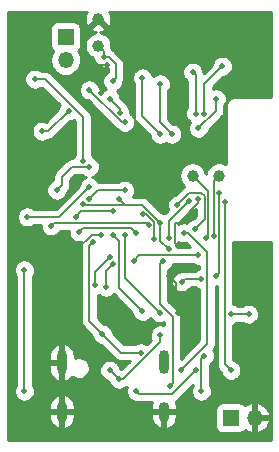
<source format=gbr>
%TF.GenerationSoftware,KiCad,Pcbnew,(5.99.0-2309-gaf729d578)*%
%TF.CreationDate,2020-08-23T01:12:20-04:00*%
%TF.ProjectId,mk2,6d6b322e-6b69-4636-9164-5f7063625858,rev?*%
%TF.SameCoordinates,Original*%
%TF.FileFunction,Copper,L2,Bot*%
%TF.FilePolarity,Positive*%
%FSLAX46Y46*%
G04 Gerber Fmt 4.6, Leading zero omitted, Abs format (unit mm)*
G04 Created by KiCad (PCBNEW (5.99.0-2309-gaf729d578)) date 2020-08-23 01:12:20*
%MOMM*%
%LPD*%
G01*
G04 APERTURE LIST*
%TA.AperFunction,ComponentPad*%
%ADD10O,1.350000X1.350000*%
%TD*%
%TA.AperFunction,ComponentPad*%
%ADD11R,1.350000X1.350000*%
%TD*%
%TA.AperFunction,SMDPad,CuDef*%
%ADD12C,1.000000*%
%TD*%
%TA.AperFunction,ComponentPad*%
%ADD13O,0.900000X1.700000*%
%TD*%
%TA.AperFunction,ComponentPad*%
%ADD14O,0.900000X2.000000*%
%TD*%
%TA.AperFunction,ViaPad*%
%ADD15C,0.500000*%
%TD*%
%TA.AperFunction,Conductor*%
%ADD16C,0.130000*%
%TD*%
%TA.AperFunction,Conductor*%
%ADD17C,0.254000*%
%TD*%
G04 APERTURE END LIST*
D10*
%TO.P,J3,2,Pin_2*%
%TO.N,Net-(J3-Pad2)*%
X17500000Y-17250000D03*
D11*
%TO.P,J3,1,Pin_1*%
%TO.N,Net-(J3-Pad1)*%
X17500000Y-15250000D03*
%TD*%
D10*
%TO.P,BT1,2,-*%
%TO.N,GND*%
X33500000Y-47500000D03*
D11*
%TO.P,BT1,1,+*%
%TO.N,+BATT*%
X31500000Y-47500000D03*
%TD*%
D12*
%TO.P,TP4,1,1*%
%TO.N,SWDIO*%
X28250000Y-27015000D03*
%TD*%
%TO.P,TP3,1,1*%
%TO.N,VCC*%
X20250000Y-16000000D03*
%TD*%
%TO.P,TP1,1,1*%
%TO.N,GND*%
X20250000Y-13750000D03*
%TD*%
%TO.P,TP2,1,1*%
%TO.N,SWDCLK*%
X30500000Y-27015000D03*
%TD*%
D13*
%TO.P,J2,S1,SHIELD*%
%TO.N,GND*%
X25820000Y-46990000D03*
X17180000Y-46990000D03*
D14*
X25820000Y-42820000D03*
X17180000Y-42820000D03*
%TD*%
D15*
%TO.N,Net-(J4-Pad1)*%
X33000000Y-38750000D03*
X31500000Y-38750000D03*
%TO.N,GND*%
X26250000Y-35500000D03*
%TO.N,VIN*%
X27326320Y-35990837D03*
%TO.N,GND*%
X28551000Y-37000000D03*
X27000000Y-38625000D03*
X28500000Y-40375000D03*
X14750000Y-14750000D03*
X23000000Y-14500000D03*
X20500000Y-20000000D03*
X21042303Y-17623091D03*
%TO.N,VCC*%
X20722153Y-16984990D03*
%TO.N,GND*%
X20250000Y-21750000D03*
X24000000Y-46500000D03*
%TO.N,SDA*%
X26314765Y-44822982D03*
%TO.N,GND*%
X32500000Y-43000000D03*
X29000000Y-46500000D03*
X27750000Y-47250000D03*
X32500000Y-33250000D03*
%TO.N,FLASHLIGHT*%
X26234990Y-32250000D03*
%TO.N,GND*%
X25750000Y-28250000D03*
X27000000Y-33000000D03*
%TO.N,SCL*%
X27491427Y-31845936D03*
%TO.N,FLASHLIGHT*%
X27938183Y-29171117D03*
%TO.N,GND*%
X28750000Y-29000000D03*
%TO.N,BACKLIGHT*%
X26971655Y-29480020D03*
%TO.N,GND*%
X22500000Y-38750000D03*
X20750000Y-39500000D03*
X16000000Y-39500000D03*
X17000000Y-37000000D03*
X20500000Y-32000000D03*
%TO.N,VUSB*%
X19856663Y-32621673D03*
%TO.N,GND*%
X18500000Y-33250000D03*
%TO.N,RTCIRQ*%
X16265010Y-31250000D03*
%TO.N,GND*%
X16250000Y-27000000D03*
X18250000Y-28250000D03*
%TO.N,SDA*%
X18935749Y-29441123D03*
%TO.N,SQW*%
X18350381Y-30492798D03*
%TO.N,GND*%
X15000000Y-29000000D03*
X30750000Y-22750000D03*
X27000000Y-18000000D03*
%TO.N,VIN*%
X28500000Y-21750000D03*
X28250000Y-18250000D03*
X30500000Y-28500000D03*
%TO.N,SWDIO*%
X29397837Y-32270263D03*
%TO.N,VIN*%
X30250000Y-35500000D03*
%TO.N,SWDCLK*%
X30034990Y-32141613D03*
%TO.N,VIN*%
X29000000Y-35750000D03*
%TO.N,GND*%
X16500000Y-20750000D03*
X17000000Y-23500000D03*
X15250000Y-24750000D03*
X13500000Y-23250000D03*
X21250000Y-22750000D03*
%TO.N,VUSB*%
X28500000Y-43500000D03*
X23500000Y-45250000D03*
%TO.N,VCC*%
X21500000Y-19000000D03*
%TO.N,SDA*%
X25750000Y-34250000D03*
X26250000Y-33250000D03*
%TO.N,SCL*%
X27250000Y-43500000D03*
X22500000Y-28250000D03*
%TO.N,SDA*%
X22078812Y-21671188D03*
%TO.N,SCL*%
X22500000Y-22500000D03*
X19500000Y-29000000D03*
%TO.N,BUTTON3*%
X19500000Y-27969988D03*
%TO.N,SCL*%
X19500000Y-19750000D03*
%TO.N,SDA*%
X22000000Y-29000000D03*
X21250000Y-20500000D03*
%TO.N,ACCELINT1*%
X25500000Y-19250000D03*
%TO.N,ACCELINT2*%
X24000000Y-18734990D03*
%TO.N,ACCELINT1*%
X26500000Y-23500000D03*
%TO.N,ACCELINT2*%
X25500000Y-23500000D03*
%TO.N,BUZZER*%
X17750000Y-21500000D03*
X15500000Y-23250000D03*
%TO.N,SQW*%
X28750000Y-23000000D03*
X30250000Y-20500000D03*
%TO.N,LCD_CS*%
X29250000Y-21750000D03*
X30750000Y-17750000D03*
%TO.N,Net-(IC1-Pad34)*%
X21507206Y-32045021D03*
%TO.N,Net-(IC1-Pad35)*%
X22507206Y-32045021D03*
%TO.N,RTCIRQ*%
X24550000Y-31150000D03*
%TO.N,BUTTON3*%
X14000000Y-35000000D03*
X14000000Y-45250000D03*
X14250000Y-30500000D03*
%TO.N,BUTTON5*%
X19500000Y-26250000D03*
X16750000Y-28250000D03*
%TO.N,FLASHLIGHT*%
X21500000Y-34519998D03*
%TO.N,BUTTON2*%
X21218353Y-33934174D03*
%TO.N,FLASHLIGHT*%
X20924998Y-36450124D03*
%TO.N,BACKLIGHT*%
X28469989Y-31500000D03*
%TO.N,BUTTON2*%
X23250000Y-34250000D03*
X20000000Y-36250000D03*
X28750000Y-33750000D03*
%TO.N,Net-(IC1-Pad34)*%
X24000000Y-38500000D03*
%TO.N,Net-(IC1-Pad35)*%
X25500000Y-38625000D03*
%TO.N,SCL*%
X23476021Y-31893878D03*
X18631992Y-31765010D03*
%TO.N,SQW*%
X21500000Y-30000000D03*
%TO.N,RST*%
X24059352Y-30216976D03*
%TO.N,SDA*%
X25500000Y-31000000D03*
%TO.N,BUTTON1*%
X19000000Y-25750000D03*
X14885000Y-18850000D03*
%TO.N,CHGNG*%
X31500000Y-43500000D03*
X31000000Y-29250000D03*
%TO.N,RST*%
X24956000Y-32375000D03*
%TO.N,BATTPOW*%
X29000000Y-45250000D03*
X29250000Y-42250000D03*
%TO.N,VUSB*%
X23850002Y-42000000D03*
X20620000Y-40450000D03*
%TO.N,USB_DP*%
X25500000Y-40500000D03*
X22000000Y-44250000D03*
X21250000Y-43500000D03*
%TD*%
D16*
%TO.N,CHGNG*%
X30984998Y-29265002D02*
X31000000Y-29250000D01*
X31500000Y-43500000D02*
X30984998Y-42984998D01*
X30984998Y-42984998D02*
X30984998Y-29265002D01*
%TO.N,Net-(J4-Pad1)*%
X33000000Y-38750000D02*
X31500000Y-38750000D01*
%TO.N,SDA*%
X26564764Y-38951968D02*
X26564764Y-44572983D01*
%TO.N,VIN*%
X29000000Y-35750000D02*
X27567157Y-35750000D01*
%TO.N,SDA*%
X26564764Y-44572983D02*
X26314765Y-44822982D01*
%TO.N,VIN*%
X27567157Y-35750000D02*
X27326320Y-35990837D01*
%TO.N,GND*%
X26250000Y-35500000D02*
X26816967Y-36066967D01*
%TO.N,SDA*%
X25750000Y-34250000D02*
X25500001Y-34499999D01*
%TO.N,GND*%
X26816967Y-36066967D02*
X26816967Y-37566967D01*
%TO.N,SDA*%
X25500001Y-34499999D02*
X25500001Y-37887205D01*
X25500001Y-37887205D02*
X26564764Y-38951968D01*
%TO.N,GND*%
X26816967Y-37566967D02*
X27000000Y-37750000D01*
X27000000Y-38625000D02*
X27000000Y-38551000D01*
X27000000Y-38551000D02*
X28551000Y-37000000D01*
X28500000Y-40375000D02*
X28500000Y-40125000D01*
X28500000Y-40125000D02*
X27000000Y-38625000D01*
X20500000Y-20000000D02*
X20500000Y-19500000D01*
%TO.N,VCC*%
X21166404Y-16984990D02*
X20722153Y-16984990D01*
X21749999Y-17568585D02*
X21166404Y-16984990D01*
X21749999Y-18750001D02*
X21749999Y-17568585D01*
X21500000Y-19000000D02*
X21749999Y-18750001D01*
%TO.N,GND*%
X19876909Y-17623091D02*
X19750000Y-17750000D01*
X21042303Y-17623091D02*
X19876909Y-17623091D01*
%TO.N,VCC*%
X20250000Y-16000000D02*
X20722153Y-16472153D01*
X20722153Y-16472153D02*
X20722153Y-16984990D01*
%TO.N,VUSB*%
X23749999Y-45499999D02*
X23500000Y-45250000D01*
X26500001Y-45499999D02*
X23749999Y-45499999D01*
X28500000Y-43500000D02*
X26500001Y-45499999D01*
%TO.N,SWDIO*%
X29545013Y-28310013D02*
X29545013Y-32123087D01*
%TO.N,GND*%
X27000000Y-33000000D02*
X26750000Y-32750000D01*
%TO.N,BACKLIGHT*%
X28469989Y-31500000D02*
X29265001Y-30704988D01*
%TO.N,SWDIO*%
X28250000Y-27015000D02*
X29545013Y-28310013D01*
%TO.N,GND*%
X28750000Y-29353553D02*
X28750000Y-29000000D01*
%TO.N,SCL*%
X27844980Y-31845936D02*
X27491427Y-31845936D01*
X29500000Y-33500956D02*
X27844980Y-31845936D01*
%TO.N,BACKLIGHT*%
X29265001Y-30704988D02*
X29265001Y-28752799D01*
%TO.N,FLASHLIGHT*%
X26234990Y-32250000D02*
X26234990Y-30874310D01*
%TO.N,SCL*%
X27250000Y-43500000D02*
X29500000Y-41250000D01*
%TO.N,SWDIO*%
X29545013Y-32123087D02*
X29397837Y-32270263D01*
%TO.N,BACKLIGHT*%
X29265001Y-28752799D02*
X28997201Y-28484999D01*
X27966676Y-28484999D02*
X26971655Y-29480020D01*
%TO.N,GND*%
X26750000Y-32750000D02*
X26750000Y-31000000D01*
%TO.N,SCL*%
X29500000Y-41250000D02*
X29500000Y-33500956D01*
%TO.N,GND*%
X27103553Y-31000000D02*
X28750000Y-29353553D01*
%TO.N,BACKLIGHT*%
X28997201Y-28484999D02*
X27966676Y-28484999D01*
%TO.N,GND*%
X26750000Y-31000000D02*
X27103553Y-31000000D01*
%TO.N,FLASHLIGHT*%
X26234990Y-30874310D02*
X27938183Y-29171117D01*
%TO.N,GND*%
X22500000Y-38750000D02*
X21500000Y-38750000D01*
X21500000Y-38750000D02*
X20750000Y-39500000D01*
%TO.N,VUSB*%
X20620000Y-40450000D02*
X19500001Y-39330001D01*
%TO.N,RTCIRQ*%
X24550000Y-31150000D02*
X24400001Y-31000001D01*
%TO.N,VUSB*%
X19500001Y-39330001D02*
X19500001Y-32978335D01*
X19500001Y-32978335D02*
X19856663Y-32621673D01*
%TO.N,RTCIRQ*%
X24400001Y-31000001D02*
X16515009Y-31000001D01*
%TO.N,GND*%
X20500000Y-32000000D02*
X19750000Y-32000000D01*
%TO.N,RTCIRQ*%
X16515009Y-31000001D02*
X16265010Y-31250000D01*
%TO.N,SCL*%
X23476021Y-31893878D02*
X23002132Y-31419989D01*
X18977013Y-31419989D02*
X18631992Y-31765010D01*
X23002132Y-31419989D02*
X18977013Y-31419989D01*
%TO.N,GND*%
X19750000Y-32000000D02*
X18500000Y-33250000D01*
%TO.N,SDA*%
X22750000Y-29500000D02*
X18994626Y-29500000D01*
%TO.N,SQW*%
X21500000Y-30000000D02*
X18843179Y-30000000D01*
%TO.N,BUTTON5*%
X18033294Y-26250000D02*
X19500000Y-26250000D01*
%TO.N,SQW*%
X18843179Y-30000000D02*
X18350381Y-30492798D01*
%TO.N,BUTTON5*%
X16750000Y-28250000D02*
X17169989Y-27830011D01*
%TO.N,SDA*%
X18994626Y-29500000D02*
X18935749Y-29441123D01*
%TO.N,BUTTON5*%
X17169989Y-27830011D02*
X17169989Y-27113305D01*
X17169989Y-27113305D02*
X18033294Y-26250000D01*
%TO.N,VIN*%
X28500000Y-21750000D02*
X28500000Y-18500000D01*
X28500000Y-18500000D02*
X28250000Y-18250000D01*
%TO.N,SWDCLK*%
X30500000Y-27015000D02*
X30034990Y-27480010D01*
%TO.N,VIN*%
X30250000Y-35500000D02*
X30500000Y-35250000D01*
%TO.N,SWDCLK*%
X30034990Y-27480010D02*
X30034990Y-32141613D01*
%TO.N,VIN*%
X30500000Y-35250000D02*
X30500000Y-28500000D01*
%TO.N,SDA*%
X26250000Y-33250000D02*
X25500000Y-32500000D01*
X25500000Y-32500000D02*
X25500000Y-31000000D01*
%TO.N,SCL*%
X22500000Y-22500000D02*
X22250000Y-22500000D01*
%TO.N,BUTTON3*%
X16969988Y-30500000D02*
X19500000Y-27969988D01*
%TO.N,SCL*%
X19500000Y-29000000D02*
X20250000Y-28250000D01*
%TO.N,BUTTON3*%
X14250000Y-30500000D02*
X16969988Y-30500000D01*
%TO.N,SDA*%
X22078812Y-21328812D02*
X22078812Y-21671188D01*
X21250000Y-20500000D02*
X22078812Y-21328812D01*
%TO.N,SCL*%
X22250000Y-22500000D02*
X19500000Y-19750000D01*
X20250000Y-28250000D02*
X22500000Y-28250000D01*
%TO.N,SDA*%
X22750000Y-29500000D02*
X24000000Y-29500000D01*
X22750000Y-29500000D02*
X22500000Y-29500000D01*
X22500000Y-29500000D02*
X22000000Y-29000000D01*
%TO.N,ACCELINT2*%
X24000000Y-22000000D02*
X24000000Y-18734990D01*
X25500000Y-23500000D02*
X24000000Y-22000000D01*
%TO.N,ACCELINT1*%
X25500000Y-22500000D02*
X26500000Y-23500000D01*
X25500000Y-19250000D02*
X25500000Y-22500000D01*
%TO.N,BUTTON1*%
X15788204Y-18850000D02*
X14885000Y-18850000D01*
X19000000Y-22061796D02*
X15788204Y-18850000D01*
X19000000Y-25750000D02*
X19000000Y-22061796D01*
%TO.N,BUZZER*%
X15500000Y-23250000D02*
X16000000Y-23250000D01*
X16000000Y-23250000D02*
X17750000Y-21500000D01*
%TO.N,SQW*%
X30250000Y-21500000D02*
X28750000Y-23000000D01*
X30250000Y-20500000D02*
X30250000Y-21500000D01*
%TO.N,LCD_CS*%
X29250000Y-21750000D02*
X29250000Y-19250000D01*
X29250000Y-19250000D02*
X30750000Y-17750000D01*
%TO.N,Net-(IC1-Pad34)*%
X22015002Y-36515002D02*
X22015002Y-32552817D01*
%TO.N,RST*%
X25015002Y-30926798D02*
X24305180Y-30216976D01*
X25015002Y-32315998D02*
X25015002Y-30926798D01*
%TO.N,Net-(IC1-Pad34)*%
X24000000Y-38500000D02*
X22015002Y-36515002D01*
%TO.N,RST*%
X24956000Y-32375000D02*
X25015002Y-32315998D01*
X24305180Y-30216976D02*
X24059352Y-30216976D01*
%TO.N,Net-(IC1-Pad34)*%
X22015002Y-32552817D02*
X21507206Y-32045021D01*
%TO.N,Net-(IC1-Pad35)*%
X22507206Y-35632206D02*
X22507206Y-32045021D01*
X25500000Y-38625000D02*
X22507206Y-35632206D01*
%TO.N,BUTTON3*%
X14000000Y-35000000D02*
X14000000Y-45250000D01*
%TO.N,BUTTON2*%
X20000000Y-36250000D02*
X20000000Y-35152527D01*
%TO.N,FLASHLIGHT*%
X20924998Y-36450124D02*
X20924998Y-35095000D01*
X20924998Y-35095000D02*
X21500000Y-34519998D01*
%TO.N,BUTTON2*%
X20000000Y-35152527D02*
X21218353Y-33934174D01*
X28750000Y-33750000D02*
X23750000Y-33750000D01*
X23750000Y-33750000D02*
X23250000Y-34250000D01*
%TO.N,SDA*%
X24000000Y-29500000D02*
X25500000Y-31000000D01*
%TO.N,BATTPOW*%
X29000000Y-45250000D02*
X29000000Y-42500000D01*
X29000000Y-42500000D02*
X29250000Y-42250000D01*
%TO.N,USB_DP*%
X22353553Y-44250000D02*
X22000000Y-44250000D01*
X25500000Y-41103553D02*
X22353553Y-44250000D01*
X25500000Y-40500000D02*
X25500000Y-41103553D01*
%TO.N,VUSB*%
X23850002Y-42000000D02*
X22170000Y-42000000D01*
X22170000Y-42000000D02*
X20620000Y-40450000D01*
%TO.N,USB_DP*%
X21250000Y-43500000D02*
X22000000Y-44250000D01*
%TD*%
%TO.N,GND*%
D17*
X19254963Y-13195942D02*
X19249026Y-13206742D01*
X19166296Y-13399763D01*
X19162570Y-13411511D01*
X19118907Y-13616927D01*
X19117533Y-13629175D01*
X19114601Y-13839158D01*
X19115633Y-13851439D01*
X19153542Y-14057994D01*
X19156940Y-14069841D01*
X19234248Y-14265098D01*
X19239881Y-14276059D01*
X19306681Y-14379712D01*
X19426467Y-14392513D01*
X20250000Y-13568981D01*
X21074287Y-14393267D01*
X21191100Y-14383252D01*
X21237203Y-14317897D01*
X21243291Y-14307181D01*
X21328708Y-14115334D01*
X21332599Y-14103638D01*
X21379222Y-13898423D01*
X21380786Y-13885309D01*
X21384123Y-13646318D01*
X21382926Y-13633165D01*
X21342050Y-13426727D01*
X21338488Y-13414928D01*
X21258461Y-13220770D01*
X21252675Y-13209888D01*
X21202255Y-13134000D01*
X34866000Y-13134000D01*
X34866001Y-20366000D01*
X31758537Y-20366000D01*
X31672141Y-20365473D01*
X31654353Y-20367909D01*
X31617327Y-20378492D01*
X31579208Y-20383951D01*
X31561977Y-20388989D01*
X31530466Y-20403316D01*
X31497178Y-20412831D01*
X31480791Y-20420161D01*
X31448228Y-20440707D01*
X31413167Y-20456649D01*
X31398041Y-20466322D01*
X31371815Y-20488921D01*
X31342544Y-20507389D01*
X31328872Y-20519024D01*
X31303379Y-20547889D01*
X31274205Y-20573027D01*
X31262403Y-20586556D01*
X31243578Y-20615601D01*
X31220661Y-20641549D01*
X31210804Y-20656555D01*
X31194436Y-20691418D01*
X31173494Y-20723728D01*
X31165963Y-20740024D01*
X31156044Y-20773189D01*
X31141249Y-20804702D01*
X31135941Y-20822257D01*
X31130519Y-20858539D01*
X31119125Y-20896638D01*
X31116471Y-20914394D01*
X31116207Y-20957594D01*
X31116000Y-20960380D01*
X31116000Y-20991462D01*
X31115473Y-21077859D01*
X31116000Y-21081707D01*
X31116000Y-26062594D01*
X31047099Y-26016119D01*
X31036257Y-26010257D01*
X30842662Y-25928878D01*
X30830888Y-25925234D01*
X30625173Y-25883006D01*
X30612916Y-25881718D01*
X30402917Y-25880252D01*
X30390643Y-25881369D01*
X30184360Y-25920720D01*
X30172536Y-25924199D01*
X29977824Y-26002868D01*
X29966902Y-26008578D01*
X29791178Y-26123569D01*
X29781572Y-26131292D01*
X29631531Y-26278223D01*
X29623608Y-26287665D01*
X29504963Y-26460942D01*
X29499026Y-26471742D01*
X29416296Y-26664763D01*
X29412570Y-26676511D01*
X29374500Y-26855613D01*
X29342050Y-26691727D01*
X29338488Y-26679928D01*
X29258461Y-26485770D01*
X29252675Y-26474888D01*
X29136461Y-26299972D01*
X29128671Y-26290421D01*
X28980696Y-26141408D01*
X28971199Y-26133552D01*
X28797099Y-26016119D01*
X28786257Y-26010257D01*
X28592662Y-25928878D01*
X28580888Y-25925234D01*
X28375173Y-25883006D01*
X28362916Y-25881718D01*
X28152917Y-25880252D01*
X28140643Y-25881369D01*
X27934360Y-25920720D01*
X27922536Y-25924199D01*
X27727824Y-26002868D01*
X27716902Y-26008578D01*
X27541178Y-26123569D01*
X27531572Y-26131292D01*
X27381531Y-26278223D01*
X27373608Y-26287665D01*
X27254963Y-26460942D01*
X27249026Y-26471742D01*
X27166296Y-26664763D01*
X27162570Y-26676511D01*
X27118907Y-26881927D01*
X27117533Y-26894175D01*
X27114601Y-27104158D01*
X27115633Y-27116439D01*
X27153542Y-27322994D01*
X27156940Y-27334841D01*
X27234248Y-27530098D01*
X27239881Y-27541059D01*
X27353642Y-27717581D01*
X27361297Y-27727240D01*
X27507178Y-27878305D01*
X27516564Y-27886293D01*
X27552010Y-27910929D01*
X27542403Y-27917909D01*
X27506166Y-27954146D01*
X27506152Y-27954159D01*
X26859226Y-28601086D01*
X26734667Y-28618148D01*
X26717405Y-28623081D01*
X26502294Y-28719305D01*
X26487111Y-28728885D01*
X26307653Y-28881616D01*
X26295769Y-28895073D01*
X26166390Y-29092033D01*
X26158760Y-29108284D01*
X26089862Y-29333638D01*
X26087100Y-29351378D01*
X26084222Y-29587013D01*
X26086550Y-29604814D01*
X26149920Y-29831785D01*
X26157151Y-29848217D01*
X26200338Y-29917600D01*
X25906285Y-30211653D01*
X25764700Y-30146232D01*
X25747500Y-30141088D01*
X25612235Y-30120872D01*
X24463684Y-28972322D01*
X24424272Y-28932909D01*
X24408227Y-28921252D01*
X24367404Y-28900452D01*
X24330337Y-28873521D01*
X24312665Y-28864517D01*
X24269096Y-28850361D01*
X24228266Y-28829557D01*
X24209404Y-28823429D01*
X24164145Y-28816260D01*
X24120576Y-28802104D01*
X24100987Y-28799001D01*
X24050468Y-28799001D01*
X24050456Y-28799000D01*
X23198477Y-28799000D01*
X23300464Y-28647796D01*
X23308292Y-28631640D01*
X23380056Y-28406775D01*
X23383050Y-28388289D01*
X23386165Y-28133328D01*
X23383624Y-28114774D01*
X23317376Y-27888223D01*
X23309945Y-27871879D01*
X23182983Y-27673354D01*
X23171264Y-27659753D01*
X22993685Y-27504841D01*
X22978620Y-27495076D01*
X22764700Y-27396232D01*
X22747500Y-27391088D01*
X22514436Y-27356256D01*
X22496483Y-27356147D01*
X22263012Y-27388128D01*
X22245750Y-27393061D01*
X22030639Y-27489285D01*
X22015456Y-27498865D01*
X21956548Y-27549000D01*
X20282530Y-27549000D01*
X20182983Y-27393342D01*
X20171264Y-27379741D01*
X19993685Y-27224829D01*
X19978620Y-27215064D01*
X19764700Y-27116220D01*
X19747500Y-27111076D01*
X19742488Y-27110327D01*
X19743761Y-27109980D01*
X19960032Y-27016392D01*
X19975331Y-27006998D01*
X20156642Y-26856471D01*
X20168690Y-26843161D01*
X20300464Y-26647796D01*
X20308292Y-26631640D01*
X20380056Y-26406775D01*
X20383050Y-26388289D01*
X20386165Y-26133328D01*
X20383624Y-26114774D01*
X20317376Y-25888223D01*
X20309945Y-25871879D01*
X20182983Y-25673354D01*
X20171264Y-25659753D01*
X19993685Y-25504841D01*
X19978620Y-25495076D01*
X19828313Y-25425625D01*
X19817376Y-25388222D01*
X19809945Y-25371879D01*
X19701000Y-25201526D01*
X19701000Y-22011340D01*
X19700999Y-22011328D01*
X19700999Y-21960808D01*
X19697897Y-21941220D01*
X19683740Y-21897651D01*
X19676571Y-21852392D01*
X19670443Y-21833530D01*
X19649642Y-21792706D01*
X19635482Y-21749128D01*
X19626478Y-21731457D01*
X19599547Y-21694390D01*
X19578748Y-21653569D01*
X19567091Y-21637524D01*
X19530853Y-21601286D01*
X19530840Y-21601272D01*
X17786560Y-19856993D01*
X18612567Y-19856993D01*
X18614895Y-19874794D01*
X18678265Y-20101765D01*
X18685496Y-20118198D01*
X18810024Y-20318259D01*
X18821576Y-20332002D01*
X18997249Y-20489071D01*
X19012193Y-20499019D01*
X19224889Y-20600470D01*
X19242025Y-20605824D01*
X19388125Y-20629487D01*
X21782209Y-23023573D01*
X21810024Y-23068259D01*
X21821576Y-23082002D01*
X21997249Y-23239071D01*
X22012193Y-23249019D01*
X22224888Y-23350470D01*
X22242025Y-23355824D01*
X22474646Y-23393500D01*
X22492596Y-23393829D01*
X22726440Y-23364702D01*
X22743761Y-23359980D01*
X22960032Y-23266392D01*
X22975331Y-23256998D01*
X23156642Y-23106471D01*
X23168690Y-23093161D01*
X23300464Y-22897796D01*
X23308292Y-22881640D01*
X23380056Y-22656775D01*
X23383050Y-22638289D01*
X23386165Y-22383328D01*
X23383624Y-22364774D01*
X23373576Y-22330411D01*
X23400449Y-22367400D01*
X23421252Y-22408228D01*
X23432910Y-22424273D01*
X23472322Y-22463684D01*
X24612604Y-23603967D01*
X24612567Y-23606992D01*
X24614895Y-23624794D01*
X24678265Y-23851765D01*
X24685496Y-23868198D01*
X24810024Y-24068259D01*
X24821576Y-24082002D01*
X24997249Y-24239071D01*
X25012193Y-24249019D01*
X25224888Y-24350470D01*
X25242025Y-24355824D01*
X25474646Y-24393500D01*
X25492596Y-24393829D01*
X25726440Y-24364702D01*
X25743761Y-24359980D01*
X25960032Y-24266392D01*
X25975331Y-24256998D01*
X25997092Y-24238932D01*
X25997248Y-24239071D01*
X26012193Y-24249019D01*
X26224888Y-24350470D01*
X26242025Y-24355824D01*
X26474646Y-24393500D01*
X26492596Y-24393829D01*
X26726440Y-24364702D01*
X26743761Y-24359980D01*
X26960032Y-24266392D01*
X26975331Y-24256998D01*
X27156642Y-24106471D01*
X27168690Y-24093161D01*
X27300464Y-23897796D01*
X27308292Y-23881640D01*
X27380056Y-23656775D01*
X27383050Y-23638289D01*
X27386165Y-23383328D01*
X27383624Y-23364774D01*
X27317376Y-23138223D01*
X27309945Y-23121879D01*
X27182983Y-22923354D01*
X27171264Y-22909753D01*
X26993685Y-22754841D01*
X26978620Y-22745076D01*
X26764700Y-22646232D01*
X26747500Y-22641088D01*
X26612234Y-22620872D01*
X26201000Y-22209638D01*
X26201000Y-19795260D01*
X26300465Y-19647796D01*
X26308292Y-19631640D01*
X26380056Y-19406775D01*
X26383050Y-19388289D01*
X26386165Y-19133328D01*
X26383624Y-19114774D01*
X26317376Y-18888223D01*
X26309945Y-18871879D01*
X26182983Y-18673354D01*
X26171264Y-18659753D01*
X25993685Y-18504841D01*
X25978620Y-18495076D01*
X25764700Y-18396232D01*
X25747500Y-18391088D01*
X25519368Y-18356993D01*
X27362567Y-18356993D01*
X27364895Y-18374794D01*
X27428265Y-18601765D01*
X27435496Y-18618198D01*
X27560024Y-18818259D01*
X27571576Y-18832002D01*
X27747249Y-18989071D01*
X27762193Y-18999019D01*
X27799001Y-19016576D01*
X27799000Y-21203284D01*
X27694735Y-21362013D01*
X27687105Y-21378264D01*
X27618207Y-21603618D01*
X27615445Y-21621358D01*
X27612567Y-21856993D01*
X27614895Y-21874794D01*
X27678265Y-22101765D01*
X27685496Y-22118198D01*
X27810024Y-22318259D01*
X27821576Y-22332002D01*
X27997249Y-22489071D01*
X28012193Y-22499019D01*
X28017344Y-22501476D01*
X27944735Y-22612013D01*
X27937105Y-22628264D01*
X27868207Y-22853618D01*
X27865445Y-22871358D01*
X27862567Y-23106993D01*
X27864895Y-23124794D01*
X27928265Y-23351765D01*
X27935496Y-23368198D01*
X28060024Y-23568259D01*
X28071576Y-23582002D01*
X28247249Y-23739071D01*
X28262193Y-23749019D01*
X28474888Y-23850470D01*
X28492025Y-23855824D01*
X28724646Y-23893500D01*
X28742596Y-23893829D01*
X28976440Y-23864702D01*
X28993761Y-23859980D01*
X29210032Y-23766392D01*
X29225331Y-23756998D01*
X29406642Y-23606471D01*
X29418690Y-23593161D01*
X29550464Y-23397796D01*
X29558292Y-23381640D01*
X29630056Y-23156775D01*
X29633050Y-23138289D01*
X29633421Y-23107941D01*
X30780840Y-21960524D01*
X30780853Y-21960510D01*
X30817091Y-21924272D01*
X30828748Y-21908227D01*
X30849547Y-21867406D01*
X30876478Y-21830339D01*
X30885482Y-21812668D01*
X30899642Y-21769090D01*
X30920443Y-21728266D01*
X30926571Y-21709404D01*
X30933740Y-21664145D01*
X30947897Y-21620576D01*
X30950999Y-21600988D01*
X30950999Y-21550468D01*
X30951000Y-21550456D01*
X30951000Y-21045260D01*
X31050465Y-20897796D01*
X31058292Y-20881640D01*
X31130056Y-20656775D01*
X31133050Y-20638289D01*
X31136165Y-20383328D01*
X31133624Y-20364774D01*
X31067376Y-20138223D01*
X31059945Y-20121879D01*
X30932983Y-19923354D01*
X30921264Y-19909753D01*
X30743685Y-19754841D01*
X30728620Y-19745076D01*
X30514700Y-19646232D01*
X30497500Y-19641088D01*
X30264436Y-19606256D01*
X30246483Y-19606147D01*
X30013012Y-19638128D01*
X29995750Y-19643061D01*
X29951000Y-19663079D01*
X29951000Y-19540362D01*
X30862463Y-18628899D01*
X30976440Y-18614702D01*
X30993761Y-18609980D01*
X31210032Y-18516392D01*
X31225331Y-18506998D01*
X31406642Y-18356471D01*
X31418690Y-18343161D01*
X31550464Y-18147796D01*
X31558292Y-18131640D01*
X31630056Y-17906775D01*
X31633050Y-17888289D01*
X31636165Y-17633328D01*
X31633624Y-17614774D01*
X31567376Y-17388223D01*
X31559945Y-17371879D01*
X31432983Y-17173354D01*
X31421264Y-17159753D01*
X31243685Y-17004841D01*
X31228620Y-16995076D01*
X31014700Y-16896232D01*
X30997500Y-16891088D01*
X30764436Y-16856256D01*
X30746483Y-16856147D01*
X30513012Y-16888128D01*
X30495750Y-16893061D01*
X30280639Y-16989285D01*
X30265456Y-16998865D01*
X30085998Y-17151596D01*
X30074114Y-17165053D01*
X29944735Y-17362013D01*
X29937105Y-17378264D01*
X29868207Y-17603618D01*
X29865445Y-17621358D01*
X29865175Y-17643461D01*
X29182242Y-18326395D01*
X29176571Y-18290595D01*
X29170443Y-18271733D01*
X29149640Y-18230905D01*
X29135505Y-18187400D01*
X29136165Y-18133328D01*
X29133624Y-18114774D01*
X29067376Y-17888223D01*
X29059945Y-17871879D01*
X28932983Y-17673354D01*
X28921264Y-17659753D01*
X28743685Y-17504841D01*
X28728620Y-17495076D01*
X28514700Y-17396232D01*
X28497500Y-17391088D01*
X28264436Y-17356256D01*
X28246483Y-17356147D01*
X28013012Y-17388128D01*
X27995750Y-17393061D01*
X27780639Y-17489285D01*
X27765456Y-17498865D01*
X27585998Y-17651596D01*
X27574114Y-17665053D01*
X27444735Y-17862013D01*
X27437105Y-17878264D01*
X27368207Y-18103618D01*
X27365445Y-18121358D01*
X27362567Y-18356993D01*
X25519368Y-18356993D01*
X25514436Y-18356256D01*
X25496483Y-18356147D01*
X25263012Y-18388128D01*
X25245750Y-18393061D01*
X25030639Y-18489285D01*
X25015456Y-18498865D01*
X24885010Y-18609884D01*
X24883624Y-18599764D01*
X24817376Y-18373213D01*
X24809945Y-18356869D01*
X24682983Y-18158344D01*
X24671264Y-18144743D01*
X24493685Y-17989831D01*
X24478620Y-17980066D01*
X24264700Y-17881222D01*
X24247500Y-17876078D01*
X24014436Y-17841246D01*
X23996483Y-17841137D01*
X23763012Y-17873118D01*
X23745750Y-17878051D01*
X23530639Y-17974275D01*
X23515456Y-17983855D01*
X23335998Y-18136586D01*
X23324114Y-18150043D01*
X23194735Y-18347003D01*
X23187105Y-18363254D01*
X23118207Y-18588608D01*
X23115445Y-18606348D01*
X23112567Y-18841983D01*
X23114895Y-18859784D01*
X23178265Y-19086755D01*
X23185496Y-19103188D01*
X23299001Y-19285540D01*
X23299000Y-22050455D01*
X23299001Y-22050467D01*
X23299001Y-22100987D01*
X23299796Y-22106010D01*
X23182983Y-21923354D01*
X23171264Y-21909753D01*
X22993685Y-21754841D01*
X22978620Y-21745076D01*
X22962738Y-21737738D01*
X22964977Y-21554516D01*
X22962436Y-21535962D01*
X22896188Y-21309411D01*
X22888757Y-21293067D01*
X22761795Y-21094542D01*
X22750076Y-21080941D01*
X22730615Y-21063964D01*
X22728453Y-21059720D01*
X22714295Y-21016146D01*
X22705292Y-20998476D01*
X22678359Y-20961406D01*
X22657559Y-20920584D01*
X22645902Y-20904539D01*
X22609665Y-20868302D01*
X22609652Y-20868288D01*
X22136027Y-20394663D01*
X22136165Y-20383328D01*
X22133624Y-20364775D01*
X22067376Y-20138223D01*
X22059945Y-20121879D01*
X21932983Y-19923354D01*
X21921264Y-19909753D01*
X21824271Y-19825141D01*
X21960032Y-19766392D01*
X21975331Y-19756998D01*
X22156642Y-19606471D01*
X22168690Y-19593161D01*
X22300464Y-19397796D01*
X22308292Y-19381640D01*
X22380056Y-19156775D01*
X22383050Y-19138289D01*
X22383937Y-19065697D01*
X22385482Y-19062665D01*
X22399638Y-19019095D01*
X22420441Y-18978268D01*
X22426570Y-18959406D01*
X22433739Y-18914147D01*
X22447895Y-18870578D01*
X22450998Y-18850989D01*
X22450998Y-18800469D01*
X22450999Y-18800457D01*
X22450999Y-17518129D01*
X22450998Y-17518117D01*
X22450998Y-17467597D01*
X22447896Y-17448009D01*
X22433739Y-17404440D01*
X22426570Y-17359180D01*
X22420442Y-17340318D01*
X22399639Y-17299490D01*
X22385482Y-17255919D01*
X22376479Y-17238249D01*
X22349546Y-17201179D01*
X22328746Y-17160357D01*
X22317089Y-17144312D01*
X22280852Y-17108075D01*
X22280839Y-17108061D01*
X21630088Y-16457311D01*
X21590676Y-16417899D01*
X21574631Y-16406242D01*
X21533808Y-16385442D01*
X21496741Y-16358511D01*
X21479069Y-16349507D01*
X21435500Y-16335351D01*
X21410666Y-16322698D01*
X21405893Y-16308008D01*
X21398724Y-16262748D01*
X21392596Y-16243886D01*
X21371793Y-16203058D01*
X21368860Y-16194032D01*
X21379222Y-16148422D01*
X21380786Y-16135309D01*
X21384123Y-15896318D01*
X21382926Y-15883165D01*
X21342050Y-15676727D01*
X21338488Y-15664928D01*
X21258461Y-15470770D01*
X21252675Y-15459888D01*
X21136461Y-15284972D01*
X21128671Y-15275421D01*
X20980696Y-15126408D01*
X20971199Y-15118552D01*
X20797099Y-15001119D01*
X20786257Y-14995257D01*
X20592662Y-14913878D01*
X20580888Y-14910234D01*
X20405205Y-14874171D01*
X20550332Y-14848581D01*
X20562202Y-14845266D01*
X20757993Y-14769324D01*
X20768994Y-14763767D01*
X20879232Y-14693809D01*
X20892511Y-14573531D01*
X20302191Y-13983210D01*
X20197809Y-13983210D01*
X19606945Y-14574076D01*
X19617415Y-14691388D01*
X19689009Y-14741145D01*
X19699768Y-14747158D01*
X19892207Y-14831232D01*
X19903929Y-14835040D01*
X20090191Y-14875993D01*
X19934360Y-14905720D01*
X19922536Y-14909199D01*
X19727824Y-14987868D01*
X19716902Y-14993578D01*
X19541178Y-15108569D01*
X19531572Y-15116292D01*
X19381531Y-15263223D01*
X19373608Y-15272665D01*
X19254963Y-15445942D01*
X19249026Y-15456742D01*
X19166296Y-15649763D01*
X19162570Y-15661511D01*
X19118907Y-15866927D01*
X19117533Y-15879175D01*
X19114601Y-16089158D01*
X19115633Y-16101439D01*
X19153542Y-16307994D01*
X19156940Y-16319841D01*
X19234248Y-16515098D01*
X19239881Y-16526059D01*
X19353642Y-16702581D01*
X19361297Y-16712240D01*
X19507178Y-16863305D01*
X19516564Y-16871293D01*
X19689008Y-16991145D01*
X19699767Y-16997158D01*
X19835156Y-17056307D01*
X19834720Y-17091983D01*
X19837048Y-17109784D01*
X19900418Y-17336755D01*
X19907649Y-17353188D01*
X20032177Y-17553249D01*
X20043729Y-17566992D01*
X20219402Y-17724061D01*
X20234346Y-17734009D01*
X20447041Y-17835460D01*
X20464178Y-17840814D01*
X20696799Y-17878490D01*
X20714749Y-17878819D01*
X20948593Y-17849692D01*
X20965914Y-17844970D01*
X21014149Y-17824097D01*
X21049000Y-17858948D01*
X21048999Y-18231073D01*
X21030640Y-18239285D01*
X21015456Y-18248865D01*
X20835998Y-18401596D01*
X20824114Y-18415053D01*
X20694735Y-18612013D01*
X20687105Y-18628264D01*
X20618207Y-18853618D01*
X20615445Y-18871358D01*
X20612567Y-19106993D01*
X20614895Y-19124794D01*
X20678265Y-19351765D01*
X20685496Y-19368198D01*
X20810024Y-19568259D01*
X20821576Y-19582002D01*
X20925176Y-19674630D01*
X20780639Y-19739285D01*
X20765456Y-19748865D01*
X20616769Y-19875407D01*
X20386027Y-19644665D01*
X20386165Y-19633328D01*
X20383624Y-19614775D01*
X20317376Y-19388223D01*
X20309945Y-19371879D01*
X20182983Y-19173354D01*
X20171264Y-19159753D01*
X19993685Y-19004841D01*
X19978620Y-18995076D01*
X19764700Y-18896232D01*
X19747500Y-18891088D01*
X19514436Y-18856256D01*
X19496483Y-18856147D01*
X19263012Y-18888128D01*
X19245750Y-18893061D01*
X19030639Y-18989285D01*
X19015456Y-18998865D01*
X18835998Y-19151596D01*
X18824114Y-19165053D01*
X18694735Y-19362013D01*
X18687105Y-19378264D01*
X18618207Y-19603618D01*
X18615445Y-19621358D01*
X18612567Y-19856993D01*
X17786560Y-19856993D01*
X16251888Y-18322322D01*
X16212476Y-18282909D01*
X16196431Y-18271252D01*
X16155608Y-18250452D01*
X16118541Y-18223521D01*
X16100869Y-18214517D01*
X16057300Y-18200361D01*
X16016470Y-18179557D01*
X15997608Y-18173429D01*
X15952349Y-18166260D01*
X15908780Y-18152104D01*
X15889191Y-18149001D01*
X15838672Y-18149001D01*
X15838660Y-18149000D01*
X15429306Y-18149000D01*
X15378685Y-18104841D01*
X15363620Y-18095076D01*
X15149700Y-17996232D01*
X15132500Y-17991088D01*
X14899436Y-17956256D01*
X14881483Y-17956147D01*
X14648012Y-17988128D01*
X14630750Y-17993061D01*
X14415639Y-18089285D01*
X14400456Y-18098865D01*
X14220998Y-18251596D01*
X14209114Y-18265053D01*
X14079735Y-18462013D01*
X14072105Y-18478264D01*
X14003207Y-18703618D01*
X14000445Y-18721358D01*
X13997567Y-18956993D01*
X13999895Y-18974794D01*
X14063265Y-19201765D01*
X14070496Y-19218198D01*
X14195024Y-19418259D01*
X14206576Y-19432002D01*
X14382249Y-19589071D01*
X14397193Y-19599019D01*
X14609888Y-19700470D01*
X14627025Y-19705824D01*
X14859646Y-19743500D01*
X14877596Y-19743829D01*
X15111440Y-19714702D01*
X15128761Y-19709980D01*
X15345032Y-19616392D01*
X15360331Y-19606998D01*
X15427782Y-19551000D01*
X15497842Y-19551000D01*
X16989978Y-21043137D01*
X16944735Y-21112013D01*
X16937105Y-21128264D01*
X16868207Y-21353618D01*
X16865445Y-21371358D01*
X16865175Y-21393463D01*
X15831528Y-22427110D01*
X15764700Y-22396232D01*
X15747500Y-22391088D01*
X15514436Y-22356256D01*
X15496483Y-22356147D01*
X15263012Y-22388128D01*
X15245750Y-22393061D01*
X15030639Y-22489285D01*
X15015456Y-22498865D01*
X14835998Y-22651596D01*
X14824114Y-22665053D01*
X14694735Y-22862013D01*
X14687105Y-22878264D01*
X14618207Y-23103618D01*
X14615445Y-23121358D01*
X14612567Y-23356993D01*
X14614895Y-23374794D01*
X14678265Y-23601765D01*
X14685496Y-23618198D01*
X14810024Y-23818259D01*
X14821576Y-23832002D01*
X14997249Y-23989071D01*
X15012193Y-23999019D01*
X15224888Y-24100470D01*
X15242025Y-24105824D01*
X15474646Y-24143500D01*
X15492596Y-24143829D01*
X15726440Y-24114702D01*
X15743761Y-24109980D01*
X15960032Y-24016392D01*
X15975331Y-24006998D01*
X16042782Y-23951000D01*
X16050456Y-23951000D01*
X16050468Y-23950999D01*
X16100987Y-23950999D01*
X16120576Y-23947896D01*
X16164145Y-23933740D01*
X16209404Y-23926571D01*
X16228266Y-23920443D01*
X16269096Y-23899639D01*
X16312665Y-23885483D01*
X16330337Y-23876479D01*
X16367404Y-23849548D01*
X16408227Y-23828748D01*
X16424272Y-23817091D01*
X17862463Y-22378899D01*
X17976440Y-22364702D01*
X17993761Y-22359980D01*
X18210031Y-22266392D01*
X18212015Y-22265174D01*
X18299001Y-22352160D01*
X18299000Y-25203284D01*
X18194735Y-25362013D01*
X18187105Y-25378264D01*
X18134905Y-25549000D01*
X17982838Y-25549000D01*
X17982826Y-25549001D01*
X17932307Y-25549001D01*
X17912718Y-25552104D01*
X17869149Y-25566260D01*
X17823890Y-25573429D01*
X17805028Y-25579557D01*
X17764200Y-25600360D01*
X17720628Y-25614517D01*
X17702956Y-25623522D01*
X17665892Y-25650451D01*
X17625067Y-25671252D01*
X17609022Y-25682909D01*
X16639149Y-26652782D01*
X16639136Y-26652796D01*
X16602900Y-26689032D01*
X16591243Y-26705077D01*
X16570443Y-26745899D01*
X16543510Y-26782969D01*
X16534506Y-26800640D01*
X16520348Y-26844212D01*
X16499546Y-26885039D01*
X16493418Y-26903901D01*
X16486249Y-26949160D01*
X16472093Y-26992729D01*
X16468990Y-27012318D01*
X16468990Y-27062837D01*
X16468989Y-27062849D01*
X16468989Y-27405033D01*
X16280639Y-27489285D01*
X16265456Y-27498865D01*
X16085998Y-27651596D01*
X16074114Y-27665053D01*
X15944735Y-27862013D01*
X15937105Y-27878264D01*
X15868207Y-28103618D01*
X15865445Y-28121358D01*
X15862567Y-28356993D01*
X15864895Y-28374794D01*
X15928265Y-28601765D01*
X15935496Y-28618198D01*
X16060024Y-28818259D01*
X16071576Y-28832002D01*
X16247249Y-28989071D01*
X16262193Y-28999019D01*
X16474888Y-29100470D01*
X16492025Y-29105824D01*
X16724646Y-29143500D01*
X16742596Y-29143829D01*
X16976440Y-29114702D01*
X16993761Y-29109980D01*
X17210032Y-29016392D01*
X17225331Y-29006998D01*
X17406642Y-28856471D01*
X17418690Y-28843161D01*
X17550464Y-28647796D01*
X17558292Y-28631640D01*
X17630056Y-28406775D01*
X17633050Y-28388289D01*
X17633421Y-28357942D01*
X17700829Y-28290535D01*
X17700842Y-28290521D01*
X17737079Y-28254284D01*
X17748736Y-28238239D01*
X17769536Y-28197417D01*
X17796469Y-28160347D01*
X17805472Y-28142677D01*
X17819629Y-28099106D01*
X17840432Y-28058278D01*
X17846560Y-28039416D01*
X17853729Y-27994156D01*
X17867886Y-27950587D01*
X17870988Y-27930999D01*
X17870988Y-27880479D01*
X17870989Y-27880467D01*
X17870989Y-27403667D01*
X18323656Y-26951000D01*
X18954669Y-26951000D01*
X18997249Y-26989071D01*
X19012193Y-26999019D01*
X19224888Y-27100470D01*
X19242025Y-27105824D01*
X19260539Y-27108823D01*
X19245750Y-27113049D01*
X19030639Y-27209273D01*
X19015456Y-27218853D01*
X18835998Y-27371584D01*
X18824114Y-27385041D01*
X18694735Y-27582001D01*
X18687105Y-27598252D01*
X18618207Y-27823606D01*
X18615445Y-27841346D01*
X18615175Y-27863450D01*
X16679626Y-29799000D01*
X14794306Y-29799000D01*
X14743685Y-29754841D01*
X14728620Y-29745076D01*
X14514700Y-29646232D01*
X14497500Y-29641088D01*
X14264436Y-29606256D01*
X14246483Y-29606147D01*
X14013012Y-29638128D01*
X13995750Y-29643061D01*
X13780639Y-29739285D01*
X13765456Y-29748865D01*
X13585998Y-29901596D01*
X13574114Y-29915053D01*
X13444735Y-30112013D01*
X13437105Y-30128264D01*
X13368207Y-30353618D01*
X13365445Y-30371358D01*
X13362567Y-30606993D01*
X13364895Y-30624794D01*
X13428265Y-30851765D01*
X13435496Y-30868198D01*
X13560024Y-31068259D01*
X13571576Y-31082002D01*
X13747249Y-31239071D01*
X13762193Y-31249019D01*
X13974888Y-31350470D01*
X13992025Y-31355824D01*
X14224646Y-31393500D01*
X14242596Y-31393829D01*
X14476440Y-31364702D01*
X14493761Y-31359980D01*
X14710032Y-31266392D01*
X14725331Y-31256998D01*
X14792782Y-31201000D01*
X15379482Y-31201000D01*
X15377577Y-31356993D01*
X15379905Y-31374794D01*
X15443275Y-31601765D01*
X15450506Y-31618198D01*
X15575034Y-31818259D01*
X15586586Y-31832002D01*
X15762259Y-31989071D01*
X15777203Y-31999019D01*
X15989898Y-32100470D01*
X16007035Y-32105824D01*
X16239656Y-32143500D01*
X16257606Y-32143829D01*
X16491450Y-32114702D01*
X16508771Y-32109980D01*
X16725042Y-32016392D01*
X16740341Y-32006998D01*
X16921652Y-31856471D01*
X16933700Y-31843161D01*
X17029587Y-31701001D01*
X17746648Y-31701001D01*
X17744559Y-31872003D01*
X17746887Y-31889804D01*
X17810257Y-32116775D01*
X17817488Y-32133208D01*
X17942016Y-32333269D01*
X17953568Y-32347012D01*
X18129241Y-32504081D01*
X18144185Y-32514029D01*
X18356880Y-32615480D01*
X18374017Y-32620834D01*
X18606638Y-32658510D01*
X18624588Y-32658839D01*
X18858432Y-32629712D01*
X18875753Y-32624990D01*
X18896882Y-32615847D01*
X18873522Y-32647999D01*
X18864518Y-32665670D01*
X18850360Y-32709245D01*
X18829559Y-32750069D01*
X18823431Y-32768931D01*
X18816263Y-32814184D01*
X18802105Y-32857759D01*
X18799002Y-32877348D01*
X18799002Y-32933084D01*
X18799001Y-39380456D01*
X18799002Y-39380468D01*
X18799002Y-39430988D01*
X18802104Y-39450576D01*
X18816261Y-39494145D01*
X18823430Y-39539404D01*
X18829558Y-39558266D01*
X18850359Y-39599091D01*
X18864518Y-39642667D01*
X18873522Y-39660337D01*
X18900450Y-39697401D01*
X18921253Y-39738229D01*
X18932911Y-39754274D01*
X19732604Y-40553966D01*
X19732567Y-40556992D01*
X19734895Y-40574794D01*
X19798265Y-40801765D01*
X19805496Y-40818198D01*
X19930024Y-41018259D01*
X19941576Y-41032002D01*
X20117249Y-41189071D01*
X20132193Y-41199019D01*
X20344889Y-41300470D01*
X20362025Y-41305824D01*
X20508125Y-41329487D01*
X21709476Y-42530840D01*
X21709490Y-42530853D01*
X21745727Y-42567090D01*
X21761772Y-42578747D01*
X21802594Y-42599547D01*
X21839664Y-42626480D01*
X21857334Y-42635483D01*
X21900905Y-42649640D01*
X21941733Y-42670443D01*
X21960595Y-42676571D01*
X22005855Y-42683740D01*
X22049424Y-42697897D01*
X22069012Y-42700999D01*
X22119532Y-42700999D01*
X22119544Y-42701000D01*
X22911191Y-42701000D01*
X22224535Y-43387656D01*
X22134923Y-43374263D01*
X22133624Y-43364775D01*
X22067376Y-43138223D01*
X22059945Y-43121879D01*
X21932983Y-42923354D01*
X21921264Y-42909753D01*
X21743685Y-42754841D01*
X21728620Y-42745076D01*
X21514700Y-42646232D01*
X21497500Y-42641088D01*
X21264436Y-42606256D01*
X21246483Y-42606147D01*
X21013012Y-42638128D01*
X20995750Y-42643061D01*
X20780639Y-42739285D01*
X20765456Y-42748865D01*
X20585998Y-42901596D01*
X20574114Y-42915053D01*
X20444735Y-43112013D01*
X20437105Y-43128264D01*
X20368207Y-43353618D01*
X20365445Y-43371358D01*
X20362567Y-43606993D01*
X20364895Y-43624794D01*
X20428265Y-43851765D01*
X20435496Y-43868198D01*
X20560024Y-44068259D01*
X20571576Y-44082002D01*
X20747249Y-44239071D01*
X20762193Y-44249019D01*
X20974889Y-44350470D01*
X20992025Y-44355824D01*
X21115167Y-44375768D01*
X21178265Y-44601765D01*
X21185496Y-44618198D01*
X21310024Y-44818259D01*
X21321576Y-44832002D01*
X21497249Y-44989071D01*
X21512193Y-44999019D01*
X21724888Y-45100470D01*
X21742025Y-45105824D01*
X21974646Y-45143500D01*
X21992596Y-45143829D01*
X22226440Y-45114702D01*
X22243761Y-45109980D01*
X22460032Y-45016392D01*
X22475331Y-45006998D01*
X22578153Y-44921634D01*
X22581819Y-44920443D01*
X22622649Y-44899639D01*
X22666218Y-44885483D01*
X22683890Y-44876479D01*
X22690041Y-44872010D01*
X22687105Y-44878264D01*
X22618207Y-45103618D01*
X22615445Y-45121358D01*
X22612567Y-45356993D01*
X22614895Y-45374794D01*
X22678265Y-45601765D01*
X22685496Y-45618198D01*
X22810024Y-45818259D01*
X22821576Y-45832002D01*
X22997249Y-45989071D01*
X23012193Y-45999019D01*
X23224888Y-46100470D01*
X23242025Y-46105824D01*
X23449457Y-46139421D01*
X23480905Y-46149638D01*
X23521732Y-46170441D01*
X23540594Y-46176570D01*
X23585853Y-46183739D01*
X23629422Y-46197895D01*
X23649011Y-46200998D01*
X23699531Y-46200998D01*
X23699543Y-46200999D01*
X24806123Y-46200999D01*
X24756370Y-46357842D01*
X24753760Y-46370338D01*
X24736345Y-46536011D01*
X24736000Y-46542601D01*
X24736000Y-46788191D01*
X24809809Y-46862000D01*
X25618192Y-46862001D01*
X25618193Y-46862000D01*
X26830191Y-46862001D01*
X26872693Y-46819499D01*
X30183163Y-46819499D01*
X30183163Y-48183258D01*
X30185319Y-48199634D01*
X30260137Y-48478859D01*
X30272880Y-48503339D01*
X30403990Y-48659590D01*
X30420879Y-48673761D01*
X30595120Y-48774359D01*
X30615837Y-48781900D01*
X30808538Y-48815878D01*
X30819499Y-48816837D01*
X32183258Y-48816837D01*
X32199634Y-48814681D01*
X32478859Y-48739863D01*
X32503339Y-48727120D01*
X32659590Y-48596010D01*
X32673761Y-48579121D01*
X32698829Y-48535701D01*
X32765140Y-48589398D01*
X32774746Y-48595817D01*
X32975971Y-48705073D01*
X32986587Y-48709634D01*
X33204354Y-48780391D01*
X33215623Y-48782941D01*
X33286156Y-48792226D01*
X33372000Y-48716943D01*
X33372000Y-48716836D01*
X33627999Y-48716836D01*
X33723988Y-48792508D01*
X33916924Y-48746187D01*
X33927863Y-48742473D01*
X34137041Y-48649342D01*
X34147122Y-48643697D01*
X34335825Y-48514004D01*
X34344708Y-48506616D01*
X34506616Y-48344708D01*
X34514004Y-48335825D01*
X34643697Y-48147122D01*
X34649342Y-48137041D01*
X34742473Y-47927863D01*
X34746187Y-47916923D01*
X34792506Y-47723988D01*
X34716835Y-47628000D01*
X33701809Y-47627999D01*
X33628000Y-47701808D01*
X33627999Y-48716836D01*
X33372000Y-48716836D01*
X33372001Y-47701808D01*
X33372000Y-47701807D01*
X33372000Y-47298191D01*
X33627999Y-47298191D01*
X33701808Y-47372000D01*
X34715246Y-47372001D01*
X34790814Y-47281140D01*
X34766299Y-47148868D01*
X34763163Y-47137749D01*
X34681107Y-46923984D01*
X34675997Y-46913622D01*
X34556358Y-46718390D01*
X34549446Y-46709132D01*
X34396232Y-46538972D01*
X34387748Y-46531129D01*
X34206091Y-46391739D01*
X34196320Y-46385574D01*
X33992303Y-46281622D01*
X33981572Y-46277340D01*
X33729222Y-46202591D01*
X33628000Y-46278177D01*
X33627999Y-47298191D01*
X33372000Y-47298191D01*
X33372001Y-46281104D01*
X33273409Y-46205451D01*
X33050598Y-46265154D01*
X33039758Y-46269152D01*
X32833091Y-46367728D01*
X32823162Y-46373635D01*
X32699362Y-46463581D01*
X32596010Y-46340410D01*
X32579121Y-46326239D01*
X32404880Y-46225641D01*
X32384163Y-46218100D01*
X32191462Y-46184122D01*
X32180501Y-46183163D01*
X30816742Y-46183163D01*
X30800366Y-46185319D01*
X30521142Y-46260137D01*
X30496662Y-46272880D01*
X30340410Y-46403990D01*
X30326239Y-46420879D01*
X30225641Y-46595120D01*
X30218100Y-46615837D01*
X30184122Y-46808538D01*
X30183163Y-46819499D01*
X26872693Y-46819499D01*
X26904000Y-46788192D01*
X26904000Y-46539650D01*
X26903699Y-46533498D01*
X26889099Y-46384595D01*
X26886705Y-46372504D01*
X26828841Y-46180850D01*
X26824144Y-46169456D01*
X26807050Y-46137307D01*
X26812666Y-46135482D01*
X26830338Y-46126478D01*
X26867405Y-46099547D01*
X26908228Y-46078747D01*
X26924273Y-46067090D01*
X28299000Y-44692362D01*
X28299000Y-44703284D01*
X28194735Y-44862013D01*
X28187105Y-44878264D01*
X28118207Y-45103618D01*
X28115445Y-45121358D01*
X28112567Y-45356993D01*
X28114895Y-45374794D01*
X28178265Y-45601765D01*
X28185496Y-45618198D01*
X28310024Y-45818259D01*
X28321576Y-45832002D01*
X28497249Y-45989071D01*
X28512193Y-45999019D01*
X28724888Y-46100470D01*
X28742025Y-46105824D01*
X28974646Y-46143500D01*
X28992596Y-46143829D01*
X29226440Y-46114702D01*
X29243761Y-46109980D01*
X29460032Y-46016392D01*
X29475331Y-46006998D01*
X29656642Y-45856471D01*
X29668690Y-45843161D01*
X29800464Y-45647796D01*
X29808292Y-45631640D01*
X29880056Y-45406775D01*
X29883050Y-45388289D01*
X29886165Y-45133328D01*
X29883624Y-45114774D01*
X29817376Y-44888223D01*
X29809945Y-44871879D01*
X29701000Y-44701526D01*
X29701000Y-43020301D01*
X29710032Y-43016392D01*
X29725331Y-43006998D01*
X29906642Y-42856471D01*
X29918690Y-42843161D01*
X30050464Y-42647796D01*
X30058292Y-42631640D01*
X30130056Y-42406775D01*
X30133050Y-42388289D01*
X30136165Y-42133328D01*
X30133624Y-42114774D01*
X30067376Y-41888223D01*
X30059945Y-41871879D01*
X29985653Y-41755711D01*
X30030841Y-41710523D01*
X30030854Y-41710509D01*
X30067091Y-41674272D01*
X30078748Y-41658227D01*
X30099547Y-41617405D01*
X30126479Y-41580338D01*
X30135483Y-41562666D01*
X30149640Y-41519094D01*
X30170443Y-41478266D01*
X30176571Y-41459404D01*
X30183740Y-41414145D01*
X30197896Y-41370576D01*
X30200999Y-41350987D01*
X30200999Y-41300468D01*
X30201000Y-41300456D01*
X30201000Y-36389670D01*
X30224646Y-36393500D01*
X30242596Y-36393829D01*
X30283998Y-36388672D01*
X30283998Y-43035453D01*
X30283999Y-43035465D01*
X30283999Y-43085985D01*
X30287101Y-43105573D01*
X30301258Y-43149142D01*
X30308427Y-43194401D01*
X30314555Y-43213263D01*
X30335356Y-43254088D01*
X30349515Y-43297664D01*
X30358519Y-43315334D01*
X30385447Y-43352398D01*
X30406250Y-43393226D01*
X30417908Y-43409271D01*
X30612604Y-43603966D01*
X30612567Y-43606992D01*
X30614895Y-43624794D01*
X30678265Y-43851765D01*
X30685496Y-43868198D01*
X30810024Y-44068259D01*
X30821576Y-44082002D01*
X30997249Y-44239071D01*
X31012193Y-44249019D01*
X31224888Y-44350470D01*
X31242025Y-44355824D01*
X31474646Y-44393500D01*
X31492596Y-44393829D01*
X31726440Y-44364702D01*
X31743761Y-44359980D01*
X31960032Y-44266392D01*
X31975331Y-44256998D01*
X32156642Y-44106471D01*
X32168690Y-44093161D01*
X32300464Y-43897796D01*
X32308292Y-43881640D01*
X32380056Y-43656775D01*
X32383050Y-43638289D01*
X32386165Y-43383328D01*
X32383624Y-43364774D01*
X32317376Y-43138223D01*
X32309945Y-43121879D01*
X32182983Y-42923354D01*
X32171264Y-42909753D01*
X31993685Y-42754841D01*
X31978620Y-42745076D01*
X31764700Y-42646232D01*
X31747500Y-42641088D01*
X31685998Y-42631896D01*
X31685998Y-39619739D01*
X31726440Y-39614702D01*
X31743761Y-39609980D01*
X31960032Y-39516392D01*
X31975331Y-39506998D01*
X32042782Y-39451000D01*
X32454669Y-39451000D01*
X32497249Y-39489071D01*
X32512193Y-39499019D01*
X32724888Y-39600470D01*
X32742025Y-39605824D01*
X32974646Y-39643500D01*
X32992596Y-39643829D01*
X33226440Y-39614702D01*
X33243761Y-39609980D01*
X33460032Y-39516392D01*
X33475331Y-39506998D01*
X33656642Y-39356471D01*
X33668690Y-39343161D01*
X33800464Y-39147796D01*
X33808292Y-39131640D01*
X33880056Y-38906775D01*
X33883050Y-38888289D01*
X33886165Y-38633328D01*
X33883624Y-38614774D01*
X33817376Y-38388223D01*
X33809945Y-38371879D01*
X33682983Y-38173354D01*
X33671264Y-38159753D01*
X33493685Y-38004841D01*
X33478620Y-37995076D01*
X33264700Y-37896232D01*
X33247500Y-37891088D01*
X33014436Y-37856256D01*
X32996483Y-37856147D01*
X32763012Y-37888128D01*
X32745750Y-37893061D01*
X32530639Y-37989285D01*
X32515456Y-37998865D01*
X32456548Y-38049000D01*
X32044306Y-38049000D01*
X31993685Y-38004841D01*
X31978620Y-37995076D01*
X31764700Y-37896232D01*
X31747500Y-37891088D01*
X31685998Y-37881896D01*
X31685998Y-32633661D01*
X31707593Y-32633793D01*
X31710379Y-32634000D01*
X31741463Y-32634000D01*
X31827859Y-32634527D01*
X31831707Y-32634000D01*
X34866000Y-32634000D01*
X34866001Y-49366000D01*
X12634000Y-49366000D01*
X12634000Y-47191808D01*
X16096000Y-47191808D01*
X16096000Y-47440350D01*
X16096301Y-47446502D01*
X16110901Y-47595404D01*
X16113295Y-47607495D01*
X16171159Y-47799149D01*
X16175855Y-47810543D01*
X16269843Y-47987308D01*
X16276663Y-47997574D01*
X16403194Y-48152717D01*
X16411878Y-48161463D01*
X16566134Y-48289074D01*
X16576352Y-48295966D01*
X16752456Y-48391185D01*
X16763819Y-48395961D01*
X16949542Y-48453451D01*
X17052000Y-48377912D01*
X17052000Y-48377013D01*
X17307999Y-48377013D01*
X17409045Y-48452605D01*
X17582095Y-48401674D01*
X17593522Y-48397057D01*
X17770940Y-48304306D01*
X17781254Y-48297557D01*
X17937275Y-48172111D01*
X17946080Y-48163488D01*
X18074766Y-48010128D01*
X18081729Y-47999958D01*
X18178175Y-47824523D01*
X18183031Y-47813195D01*
X18243631Y-47622157D01*
X18246242Y-47609662D01*
X18263655Y-47443988D01*
X18264000Y-47437398D01*
X18264000Y-47191809D01*
X18263999Y-47191808D01*
X24736000Y-47191808D01*
X24736000Y-47440350D01*
X24736301Y-47446502D01*
X24750901Y-47595404D01*
X24753295Y-47607495D01*
X24811159Y-47799149D01*
X24815855Y-47810543D01*
X24909843Y-47987308D01*
X24916663Y-47997574D01*
X25043194Y-48152717D01*
X25051878Y-48161463D01*
X25206134Y-48289074D01*
X25216352Y-48295966D01*
X25392456Y-48391185D01*
X25403819Y-48395961D01*
X25589542Y-48453451D01*
X25692000Y-48377912D01*
X25692000Y-48377013D01*
X25947999Y-48377013D01*
X26049045Y-48452605D01*
X26222095Y-48401674D01*
X26233522Y-48397057D01*
X26410940Y-48304306D01*
X26421254Y-48297557D01*
X26577275Y-48172111D01*
X26586080Y-48163488D01*
X26714766Y-48010128D01*
X26721729Y-47999958D01*
X26818175Y-47824523D01*
X26823031Y-47813195D01*
X26883631Y-47622157D01*
X26886242Y-47609662D01*
X26903655Y-47443988D01*
X26904000Y-47437398D01*
X26904000Y-47191809D01*
X26830191Y-47118000D01*
X26021809Y-47117999D01*
X25948000Y-47191808D01*
X25947999Y-48377013D01*
X25692000Y-48377013D01*
X25692001Y-47191809D01*
X25618192Y-47118000D01*
X24809809Y-47117999D01*
X24736000Y-47191808D01*
X18263999Y-47191808D01*
X18190191Y-47118000D01*
X17381809Y-47117999D01*
X17308000Y-47191808D01*
X17307999Y-48377013D01*
X17052000Y-48377013D01*
X17052001Y-47191809D01*
X16978192Y-47118000D01*
X16169809Y-47117999D01*
X16096000Y-47191808D01*
X12634000Y-47191808D01*
X12634000Y-46542601D01*
X16096000Y-46542601D01*
X16096000Y-46788191D01*
X16169809Y-46862000D01*
X16978191Y-46862001D01*
X17052000Y-46788192D01*
X17052000Y-46788191D01*
X17307999Y-46788191D01*
X17381808Y-46862000D01*
X18190191Y-46862001D01*
X18264000Y-46788192D01*
X18264000Y-46539650D01*
X18263699Y-46533498D01*
X18249099Y-46384595D01*
X18246705Y-46372504D01*
X18188841Y-46180850D01*
X18184144Y-46169456D01*
X18090157Y-45992692D01*
X18083337Y-45982426D01*
X17956806Y-45827283D01*
X17948122Y-45818537D01*
X17793866Y-45690926D01*
X17783648Y-45684034D01*
X17607544Y-45588815D01*
X17596181Y-45584039D01*
X17410458Y-45526549D01*
X17308000Y-45602088D01*
X17307999Y-46788191D01*
X17052000Y-46788191D01*
X17052001Y-45602987D01*
X16950955Y-45527395D01*
X16777905Y-45578326D01*
X16766478Y-45582943D01*
X16589061Y-45675694D01*
X16578747Y-45682443D01*
X16422726Y-45807889D01*
X16413921Y-45816512D01*
X16285235Y-45969872D01*
X16278272Y-45980042D01*
X16181826Y-46155477D01*
X16176970Y-46166805D01*
X16116370Y-46357842D01*
X16113760Y-46370338D01*
X16096345Y-46536011D01*
X16096000Y-46542601D01*
X12634000Y-46542601D01*
X12634000Y-35106993D01*
X13112567Y-35106993D01*
X13114895Y-35124794D01*
X13178265Y-35351765D01*
X13185496Y-35368198D01*
X13299000Y-35550548D01*
X13299001Y-44703282D01*
X13194735Y-44862013D01*
X13187105Y-44878264D01*
X13118207Y-45103618D01*
X13115445Y-45121358D01*
X13112567Y-45356993D01*
X13114895Y-45374794D01*
X13178265Y-45601765D01*
X13185496Y-45618198D01*
X13310024Y-45818259D01*
X13321576Y-45832002D01*
X13497249Y-45989071D01*
X13512193Y-45999019D01*
X13724888Y-46100470D01*
X13742025Y-46105824D01*
X13974646Y-46143500D01*
X13992596Y-46143829D01*
X14226440Y-46114702D01*
X14243761Y-46109980D01*
X14460032Y-46016392D01*
X14475331Y-46006998D01*
X14656642Y-45856471D01*
X14668690Y-45843161D01*
X14800464Y-45647796D01*
X14808292Y-45631640D01*
X14880056Y-45406775D01*
X14883050Y-45388289D01*
X14886165Y-45133328D01*
X14883624Y-45114774D01*
X14817376Y-44888223D01*
X14809945Y-44871879D01*
X14701000Y-44701526D01*
X14701000Y-43021808D01*
X16096000Y-43021808D01*
X16096000Y-43420350D01*
X16096301Y-43426502D01*
X16110901Y-43575404D01*
X16113295Y-43587495D01*
X16171159Y-43779149D01*
X16175855Y-43790543D01*
X16269843Y-43967308D01*
X16276663Y-43977574D01*
X16403194Y-44132717D01*
X16411878Y-44141463D01*
X16566134Y-44269074D01*
X16576352Y-44275966D01*
X16752456Y-44371185D01*
X16763819Y-44375961D01*
X16949542Y-44433451D01*
X17052000Y-44357912D01*
X17052001Y-43021809D01*
X16978192Y-42948000D01*
X16169809Y-42947999D01*
X16096000Y-43021808D01*
X14701000Y-43021808D01*
X14701000Y-42222602D01*
X16096001Y-42222602D01*
X16096001Y-42618191D01*
X16169810Y-42692000D01*
X16978191Y-42692001D01*
X17052000Y-42618192D01*
X17307999Y-42618192D01*
X17308000Y-42618193D01*
X17307999Y-44357013D01*
X17409045Y-44432605D01*
X17582095Y-44381674D01*
X17593522Y-44377057D01*
X17770940Y-44284306D01*
X17781254Y-44277557D01*
X17937275Y-44152111D01*
X17946080Y-44143488D01*
X18035477Y-44036950D01*
X18089883Y-44081958D01*
X18101672Y-44089673D01*
X18276049Y-44177757D01*
X18289255Y-44182668D01*
X18478814Y-44229930D01*
X18492779Y-44231794D01*
X18688098Y-44235886D01*
X18702130Y-44234609D01*
X18893502Y-44195325D01*
X18906901Y-44190971D01*
X19084814Y-44110267D01*
X19096916Y-44103053D01*
X19252529Y-43984937D01*
X19262732Y-43975220D01*
X19388308Y-43825564D01*
X19396104Y-43813829D01*
X19485404Y-43640071D01*
X19490408Y-43626900D01*
X19539102Y-43437247D01*
X19541082Y-43422407D01*
X19544137Y-43203637D01*
X19542572Y-43188748D01*
X19499192Y-42997810D01*
X19494559Y-42984505D01*
X19410145Y-42808320D01*
X19402679Y-42796372D01*
X19281330Y-42643268D01*
X19271402Y-42633270D01*
X19119149Y-42510856D01*
X19107253Y-42503307D01*
X18931663Y-42417666D01*
X18918391Y-42412940D01*
X18728190Y-42368328D01*
X18714200Y-42366660D01*
X18518843Y-42365296D01*
X18504831Y-42366769D01*
X18314025Y-42408720D01*
X18300688Y-42413260D01*
X18264000Y-42430524D01*
X18264000Y-42219649D01*
X18263699Y-42213497D01*
X18249099Y-42064595D01*
X18246705Y-42052504D01*
X18188841Y-41860850D01*
X18184144Y-41849456D01*
X18090157Y-41672692D01*
X18083337Y-41662426D01*
X17956806Y-41507283D01*
X17948122Y-41498537D01*
X17793866Y-41370926D01*
X17783648Y-41364034D01*
X17607544Y-41268815D01*
X17596181Y-41264039D01*
X17410458Y-41206549D01*
X17308000Y-41282088D01*
X17307999Y-42618192D01*
X17052000Y-42618192D01*
X17052001Y-41282987D01*
X16950955Y-41207395D01*
X16777905Y-41258326D01*
X16766478Y-41262943D01*
X16589061Y-41355694D01*
X16578747Y-41362443D01*
X16422726Y-41487889D01*
X16413921Y-41496512D01*
X16285235Y-41649872D01*
X16278272Y-41660042D01*
X16181826Y-41835477D01*
X16176970Y-41846805D01*
X16116370Y-42037843D01*
X16113759Y-42050338D01*
X16096346Y-42216012D01*
X16096001Y-42222602D01*
X14701000Y-42222602D01*
X14701000Y-35545260D01*
X14800465Y-35397796D01*
X14808292Y-35381640D01*
X14880056Y-35156775D01*
X14883050Y-35138289D01*
X14886165Y-34883328D01*
X14883624Y-34864774D01*
X14817376Y-34638223D01*
X14809945Y-34621879D01*
X14682983Y-34423354D01*
X14671264Y-34409753D01*
X14493685Y-34254841D01*
X14478620Y-34245076D01*
X14264700Y-34146232D01*
X14247500Y-34141088D01*
X14014436Y-34106256D01*
X13996483Y-34106147D01*
X13763012Y-34138128D01*
X13745750Y-34143061D01*
X13530639Y-34239285D01*
X13515456Y-34248865D01*
X13335998Y-34401596D01*
X13324114Y-34415053D01*
X13194735Y-34612013D01*
X13187105Y-34628264D01*
X13118207Y-34853618D01*
X13115445Y-34871358D01*
X13112567Y-35106993D01*
X12634000Y-35106993D01*
X12634000Y-14569499D01*
X16183163Y-14569499D01*
X16183163Y-15933258D01*
X16185319Y-15949634D01*
X16260137Y-16228859D01*
X16272880Y-16253339D01*
X16403990Y-16409590D01*
X16420879Y-16423761D01*
X16460723Y-16446765D01*
X16339756Y-16633038D01*
X16334377Y-16643263D01*
X16246752Y-16854807D01*
X16243325Y-16865841D01*
X16195719Y-17089812D01*
X16194361Y-17101285D01*
X16188368Y-17330180D01*
X16189124Y-17341708D01*
X16224943Y-17567863D01*
X16227787Y-17579061D01*
X16304219Y-17794901D01*
X16309056Y-17805393D01*
X16423543Y-18003691D01*
X16430211Y-18013126D01*
X16578918Y-18187238D01*
X16587193Y-18195300D01*
X16765140Y-18339398D01*
X16774746Y-18345817D01*
X16975971Y-18455073D01*
X16986587Y-18459634D01*
X17204354Y-18530391D01*
X17215622Y-18532941D01*
X17442638Y-18562828D01*
X17454183Y-18563282D01*
X17682842Y-18551298D01*
X17694276Y-18549640D01*
X17916923Y-18496187D01*
X17927863Y-18492473D01*
X18137041Y-18399342D01*
X18147122Y-18393697D01*
X18335825Y-18264004D01*
X18344708Y-18256616D01*
X18506616Y-18094708D01*
X18514004Y-18085825D01*
X18643697Y-17897122D01*
X18649342Y-17887041D01*
X18742473Y-17677863D01*
X18746187Y-17666923D01*
X18799833Y-17443472D01*
X18801557Y-17430379D01*
X18809214Y-17137987D01*
X18808177Y-17124821D01*
X18766299Y-16898868D01*
X18763163Y-16887749D01*
X18681107Y-16673984D01*
X18675997Y-16663622D01*
X18556358Y-16468390D01*
X18549445Y-16459132D01*
X18538829Y-16447341D01*
X18659590Y-16346010D01*
X18673761Y-16329121D01*
X18774359Y-16154880D01*
X18781900Y-16134163D01*
X18815878Y-15941462D01*
X18816837Y-15930501D01*
X18816837Y-14566742D01*
X18814681Y-14550366D01*
X18739863Y-14271142D01*
X18727120Y-14246662D01*
X18596010Y-14090410D01*
X18579121Y-14076239D01*
X18404880Y-13975641D01*
X18384163Y-13968100D01*
X18191462Y-13934122D01*
X18180501Y-13933163D01*
X16816742Y-13933163D01*
X16800366Y-13935319D01*
X16521142Y-14010137D01*
X16496662Y-14022880D01*
X16340410Y-14153990D01*
X16326239Y-14170879D01*
X16225641Y-14345120D01*
X16218100Y-14365837D01*
X16184122Y-14558538D01*
X16183163Y-14569499D01*
X12634000Y-14569499D01*
X12634000Y-13134000D01*
X19297375Y-13134000D01*
X19254963Y-13195942D01*
%TA.AperFunction,Conductor*%
G36*
X19254963Y-13195942D02*
G01*
X19249026Y-13206742D01*
X19166296Y-13399763D01*
X19162570Y-13411511D01*
X19118907Y-13616927D01*
X19117533Y-13629175D01*
X19114601Y-13839158D01*
X19115633Y-13851439D01*
X19153542Y-14057994D01*
X19156940Y-14069841D01*
X19234248Y-14265098D01*
X19239881Y-14276059D01*
X19306681Y-14379712D01*
X19426467Y-14392513D01*
X20250000Y-13568981D01*
X21074287Y-14393267D01*
X21191100Y-14383252D01*
X21237203Y-14317897D01*
X21243291Y-14307181D01*
X21328708Y-14115334D01*
X21332599Y-14103638D01*
X21379222Y-13898423D01*
X21380786Y-13885309D01*
X21384123Y-13646318D01*
X21382926Y-13633165D01*
X21342050Y-13426727D01*
X21338488Y-13414928D01*
X21258461Y-13220770D01*
X21252675Y-13209888D01*
X21202255Y-13134000D01*
X34866000Y-13134000D01*
X34866001Y-20366000D01*
X31758537Y-20366000D01*
X31672141Y-20365473D01*
X31654353Y-20367909D01*
X31617327Y-20378492D01*
X31579208Y-20383951D01*
X31561977Y-20388989D01*
X31530466Y-20403316D01*
X31497178Y-20412831D01*
X31480791Y-20420161D01*
X31448228Y-20440707D01*
X31413167Y-20456649D01*
X31398041Y-20466322D01*
X31371815Y-20488921D01*
X31342544Y-20507389D01*
X31328872Y-20519024D01*
X31303379Y-20547889D01*
X31274205Y-20573027D01*
X31262403Y-20586556D01*
X31243578Y-20615601D01*
X31220661Y-20641549D01*
X31210804Y-20656555D01*
X31194436Y-20691418D01*
X31173494Y-20723728D01*
X31165963Y-20740024D01*
X31156044Y-20773189D01*
X31141249Y-20804702D01*
X31135941Y-20822257D01*
X31130519Y-20858539D01*
X31119125Y-20896638D01*
X31116471Y-20914394D01*
X31116207Y-20957594D01*
X31116000Y-20960380D01*
X31116000Y-20991462D01*
X31115473Y-21077859D01*
X31116000Y-21081707D01*
X31116000Y-26062594D01*
X31047099Y-26016119D01*
X31036257Y-26010257D01*
X30842662Y-25928878D01*
X30830888Y-25925234D01*
X30625173Y-25883006D01*
X30612916Y-25881718D01*
X30402917Y-25880252D01*
X30390643Y-25881369D01*
X30184360Y-25920720D01*
X30172536Y-25924199D01*
X29977824Y-26002868D01*
X29966902Y-26008578D01*
X29791178Y-26123569D01*
X29781572Y-26131292D01*
X29631531Y-26278223D01*
X29623608Y-26287665D01*
X29504963Y-26460942D01*
X29499026Y-26471742D01*
X29416296Y-26664763D01*
X29412570Y-26676511D01*
X29374500Y-26855613D01*
X29342050Y-26691727D01*
X29338488Y-26679928D01*
X29258461Y-26485770D01*
X29252675Y-26474888D01*
X29136461Y-26299972D01*
X29128671Y-26290421D01*
X28980696Y-26141408D01*
X28971199Y-26133552D01*
X28797099Y-26016119D01*
X28786257Y-26010257D01*
X28592662Y-25928878D01*
X28580888Y-25925234D01*
X28375173Y-25883006D01*
X28362916Y-25881718D01*
X28152917Y-25880252D01*
X28140643Y-25881369D01*
X27934360Y-25920720D01*
X27922536Y-25924199D01*
X27727824Y-26002868D01*
X27716902Y-26008578D01*
X27541178Y-26123569D01*
X27531572Y-26131292D01*
X27381531Y-26278223D01*
X27373608Y-26287665D01*
X27254963Y-26460942D01*
X27249026Y-26471742D01*
X27166296Y-26664763D01*
X27162570Y-26676511D01*
X27118907Y-26881927D01*
X27117533Y-26894175D01*
X27114601Y-27104158D01*
X27115633Y-27116439D01*
X27153542Y-27322994D01*
X27156940Y-27334841D01*
X27234248Y-27530098D01*
X27239881Y-27541059D01*
X27353642Y-27717581D01*
X27361297Y-27727240D01*
X27507178Y-27878305D01*
X27516564Y-27886293D01*
X27552010Y-27910929D01*
X27542403Y-27917909D01*
X27506166Y-27954146D01*
X27506152Y-27954159D01*
X26859226Y-28601086D01*
X26734667Y-28618148D01*
X26717405Y-28623081D01*
X26502294Y-28719305D01*
X26487111Y-28728885D01*
X26307653Y-28881616D01*
X26295769Y-28895073D01*
X26166390Y-29092033D01*
X26158760Y-29108284D01*
X26089862Y-29333638D01*
X26087100Y-29351378D01*
X26084222Y-29587013D01*
X26086550Y-29604814D01*
X26149920Y-29831785D01*
X26157151Y-29848217D01*
X26200338Y-29917600D01*
X25906285Y-30211653D01*
X25764700Y-30146232D01*
X25747500Y-30141088D01*
X25612235Y-30120872D01*
X24463684Y-28972322D01*
X24424272Y-28932909D01*
X24408227Y-28921252D01*
X24367404Y-28900452D01*
X24330337Y-28873521D01*
X24312665Y-28864517D01*
X24269096Y-28850361D01*
X24228266Y-28829557D01*
X24209404Y-28823429D01*
X24164145Y-28816260D01*
X24120576Y-28802104D01*
X24100987Y-28799001D01*
X24050468Y-28799001D01*
X24050456Y-28799000D01*
X23198477Y-28799000D01*
X23300464Y-28647796D01*
X23308292Y-28631640D01*
X23380056Y-28406775D01*
X23383050Y-28388289D01*
X23386165Y-28133328D01*
X23383624Y-28114774D01*
X23317376Y-27888223D01*
X23309945Y-27871879D01*
X23182983Y-27673354D01*
X23171264Y-27659753D01*
X22993685Y-27504841D01*
X22978620Y-27495076D01*
X22764700Y-27396232D01*
X22747500Y-27391088D01*
X22514436Y-27356256D01*
X22496483Y-27356147D01*
X22263012Y-27388128D01*
X22245750Y-27393061D01*
X22030639Y-27489285D01*
X22015456Y-27498865D01*
X21956548Y-27549000D01*
X20282530Y-27549000D01*
X20182983Y-27393342D01*
X20171264Y-27379741D01*
X19993685Y-27224829D01*
X19978620Y-27215064D01*
X19764700Y-27116220D01*
X19747500Y-27111076D01*
X19742488Y-27110327D01*
X19743761Y-27109980D01*
X19960032Y-27016392D01*
X19975331Y-27006998D01*
X20156642Y-26856471D01*
X20168690Y-26843161D01*
X20300464Y-26647796D01*
X20308292Y-26631640D01*
X20380056Y-26406775D01*
X20383050Y-26388289D01*
X20386165Y-26133328D01*
X20383624Y-26114774D01*
X20317376Y-25888223D01*
X20309945Y-25871879D01*
X20182983Y-25673354D01*
X20171264Y-25659753D01*
X19993685Y-25504841D01*
X19978620Y-25495076D01*
X19828313Y-25425625D01*
X19817376Y-25388222D01*
X19809945Y-25371879D01*
X19701000Y-25201526D01*
X19701000Y-22011340D01*
X19700999Y-22011328D01*
X19700999Y-21960808D01*
X19697897Y-21941220D01*
X19683740Y-21897651D01*
X19676571Y-21852392D01*
X19670443Y-21833530D01*
X19649642Y-21792706D01*
X19635482Y-21749128D01*
X19626478Y-21731457D01*
X19599547Y-21694390D01*
X19578748Y-21653569D01*
X19567091Y-21637524D01*
X19530853Y-21601286D01*
X19530840Y-21601272D01*
X17786560Y-19856993D01*
X18612567Y-19856993D01*
X18614895Y-19874794D01*
X18678265Y-20101765D01*
X18685496Y-20118198D01*
X18810024Y-20318259D01*
X18821576Y-20332002D01*
X18997249Y-20489071D01*
X19012193Y-20499019D01*
X19224889Y-20600470D01*
X19242025Y-20605824D01*
X19388125Y-20629487D01*
X21782209Y-23023573D01*
X21810024Y-23068259D01*
X21821576Y-23082002D01*
X21997249Y-23239071D01*
X22012193Y-23249019D01*
X22224888Y-23350470D01*
X22242025Y-23355824D01*
X22474646Y-23393500D01*
X22492596Y-23393829D01*
X22726440Y-23364702D01*
X22743761Y-23359980D01*
X22960032Y-23266392D01*
X22975331Y-23256998D01*
X23156642Y-23106471D01*
X23168690Y-23093161D01*
X23300464Y-22897796D01*
X23308292Y-22881640D01*
X23380056Y-22656775D01*
X23383050Y-22638289D01*
X23386165Y-22383328D01*
X23383624Y-22364774D01*
X23373576Y-22330411D01*
X23400449Y-22367400D01*
X23421252Y-22408228D01*
X23432910Y-22424273D01*
X23472322Y-22463684D01*
X24612604Y-23603967D01*
X24612567Y-23606992D01*
X24614895Y-23624794D01*
X24678265Y-23851765D01*
X24685496Y-23868198D01*
X24810024Y-24068259D01*
X24821576Y-24082002D01*
X24997249Y-24239071D01*
X25012193Y-24249019D01*
X25224888Y-24350470D01*
X25242025Y-24355824D01*
X25474646Y-24393500D01*
X25492596Y-24393829D01*
X25726440Y-24364702D01*
X25743761Y-24359980D01*
X25960032Y-24266392D01*
X25975331Y-24256998D01*
X25997092Y-24238932D01*
X25997248Y-24239071D01*
X26012193Y-24249019D01*
X26224888Y-24350470D01*
X26242025Y-24355824D01*
X26474646Y-24393500D01*
X26492596Y-24393829D01*
X26726440Y-24364702D01*
X26743761Y-24359980D01*
X26960032Y-24266392D01*
X26975331Y-24256998D01*
X27156642Y-24106471D01*
X27168690Y-24093161D01*
X27300464Y-23897796D01*
X27308292Y-23881640D01*
X27380056Y-23656775D01*
X27383050Y-23638289D01*
X27386165Y-23383328D01*
X27383624Y-23364774D01*
X27317376Y-23138223D01*
X27309945Y-23121879D01*
X27182983Y-22923354D01*
X27171264Y-22909753D01*
X26993685Y-22754841D01*
X26978620Y-22745076D01*
X26764700Y-22646232D01*
X26747500Y-22641088D01*
X26612234Y-22620872D01*
X26201000Y-22209638D01*
X26201000Y-19795260D01*
X26300465Y-19647796D01*
X26308292Y-19631640D01*
X26380056Y-19406775D01*
X26383050Y-19388289D01*
X26386165Y-19133328D01*
X26383624Y-19114774D01*
X26317376Y-18888223D01*
X26309945Y-18871879D01*
X26182983Y-18673354D01*
X26171264Y-18659753D01*
X25993685Y-18504841D01*
X25978620Y-18495076D01*
X25764700Y-18396232D01*
X25747500Y-18391088D01*
X25519368Y-18356993D01*
X27362567Y-18356993D01*
X27364895Y-18374794D01*
X27428265Y-18601765D01*
X27435496Y-18618198D01*
X27560024Y-18818259D01*
X27571576Y-18832002D01*
X27747249Y-18989071D01*
X27762193Y-18999019D01*
X27799001Y-19016576D01*
X27799000Y-21203284D01*
X27694735Y-21362013D01*
X27687105Y-21378264D01*
X27618207Y-21603618D01*
X27615445Y-21621358D01*
X27612567Y-21856993D01*
X27614895Y-21874794D01*
X27678265Y-22101765D01*
X27685496Y-22118198D01*
X27810024Y-22318259D01*
X27821576Y-22332002D01*
X27997249Y-22489071D01*
X28012193Y-22499019D01*
X28017344Y-22501476D01*
X27944735Y-22612013D01*
X27937105Y-22628264D01*
X27868207Y-22853618D01*
X27865445Y-22871358D01*
X27862567Y-23106993D01*
X27864895Y-23124794D01*
X27928265Y-23351765D01*
X27935496Y-23368198D01*
X28060024Y-23568259D01*
X28071576Y-23582002D01*
X28247249Y-23739071D01*
X28262193Y-23749019D01*
X28474888Y-23850470D01*
X28492025Y-23855824D01*
X28724646Y-23893500D01*
X28742596Y-23893829D01*
X28976440Y-23864702D01*
X28993761Y-23859980D01*
X29210032Y-23766392D01*
X29225331Y-23756998D01*
X29406642Y-23606471D01*
X29418690Y-23593161D01*
X29550464Y-23397796D01*
X29558292Y-23381640D01*
X29630056Y-23156775D01*
X29633050Y-23138289D01*
X29633421Y-23107941D01*
X30780840Y-21960524D01*
X30780853Y-21960510D01*
X30817091Y-21924272D01*
X30828748Y-21908227D01*
X30849547Y-21867406D01*
X30876478Y-21830339D01*
X30885482Y-21812668D01*
X30899642Y-21769090D01*
X30920443Y-21728266D01*
X30926571Y-21709404D01*
X30933740Y-21664145D01*
X30947897Y-21620576D01*
X30950999Y-21600988D01*
X30950999Y-21550468D01*
X30951000Y-21550456D01*
X30951000Y-21045260D01*
X31050465Y-20897796D01*
X31058292Y-20881640D01*
X31130056Y-20656775D01*
X31133050Y-20638289D01*
X31136165Y-20383328D01*
X31133624Y-20364774D01*
X31067376Y-20138223D01*
X31059945Y-20121879D01*
X30932983Y-19923354D01*
X30921264Y-19909753D01*
X30743685Y-19754841D01*
X30728620Y-19745076D01*
X30514700Y-19646232D01*
X30497500Y-19641088D01*
X30264436Y-19606256D01*
X30246483Y-19606147D01*
X30013012Y-19638128D01*
X29995750Y-19643061D01*
X29951000Y-19663079D01*
X29951000Y-19540362D01*
X30862463Y-18628899D01*
X30976440Y-18614702D01*
X30993761Y-18609980D01*
X31210032Y-18516392D01*
X31225331Y-18506998D01*
X31406642Y-18356471D01*
X31418690Y-18343161D01*
X31550464Y-18147796D01*
X31558292Y-18131640D01*
X31630056Y-17906775D01*
X31633050Y-17888289D01*
X31636165Y-17633328D01*
X31633624Y-17614774D01*
X31567376Y-17388223D01*
X31559945Y-17371879D01*
X31432983Y-17173354D01*
X31421264Y-17159753D01*
X31243685Y-17004841D01*
X31228620Y-16995076D01*
X31014700Y-16896232D01*
X30997500Y-16891088D01*
X30764436Y-16856256D01*
X30746483Y-16856147D01*
X30513012Y-16888128D01*
X30495750Y-16893061D01*
X30280639Y-16989285D01*
X30265456Y-16998865D01*
X30085998Y-17151596D01*
X30074114Y-17165053D01*
X29944735Y-17362013D01*
X29937105Y-17378264D01*
X29868207Y-17603618D01*
X29865445Y-17621358D01*
X29865175Y-17643461D01*
X29182242Y-18326395D01*
X29176571Y-18290595D01*
X29170443Y-18271733D01*
X29149640Y-18230905D01*
X29135505Y-18187400D01*
X29136165Y-18133328D01*
X29133624Y-18114774D01*
X29067376Y-17888223D01*
X29059945Y-17871879D01*
X28932983Y-17673354D01*
X28921264Y-17659753D01*
X28743685Y-17504841D01*
X28728620Y-17495076D01*
X28514700Y-17396232D01*
X28497500Y-17391088D01*
X28264436Y-17356256D01*
X28246483Y-17356147D01*
X28013012Y-17388128D01*
X27995750Y-17393061D01*
X27780639Y-17489285D01*
X27765456Y-17498865D01*
X27585998Y-17651596D01*
X27574114Y-17665053D01*
X27444735Y-17862013D01*
X27437105Y-17878264D01*
X27368207Y-18103618D01*
X27365445Y-18121358D01*
X27362567Y-18356993D01*
X25519368Y-18356993D01*
X25514436Y-18356256D01*
X25496483Y-18356147D01*
X25263012Y-18388128D01*
X25245750Y-18393061D01*
X25030639Y-18489285D01*
X25015456Y-18498865D01*
X24885010Y-18609884D01*
X24883624Y-18599764D01*
X24817376Y-18373213D01*
X24809945Y-18356869D01*
X24682983Y-18158344D01*
X24671264Y-18144743D01*
X24493685Y-17989831D01*
X24478620Y-17980066D01*
X24264700Y-17881222D01*
X24247500Y-17876078D01*
X24014436Y-17841246D01*
X23996483Y-17841137D01*
X23763012Y-17873118D01*
X23745750Y-17878051D01*
X23530639Y-17974275D01*
X23515456Y-17983855D01*
X23335998Y-18136586D01*
X23324114Y-18150043D01*
X23194735Y-18347003D01*
X23187105Y-18363254D01*
X23118207Y-18588608D01*
X23115445Y-18606348D01*
X23112567Y-18841983D01*
X23114895Y-18859784D01*
X23178265Y-19086755D01*
X23185496Y-19103188D01*
X23299001Y-19285540D01*
X23299000Y-22050455D01*
X23299001Y-22050467D01*
X23299001Y-22100987D01*
X23299796Y-22106010D01*
X23182983Y-21923354D01*
X23171264Y-21909753D01*
X22993685Y-21754841D01*
X22978620Y-21745076D01*
X22962738Y-21737738D01*
X22964977Y-21554516D01*
X22962436Y-21535962D01*
X22896188Y-21309411D01*
X22888757Y-21293067D01*
X22761795Y-21094542D01*
X22750076Y-21080941D01*
X22730615Y-21063964D01*
X22728453Y-21059720D01*
X22714295Y-21016146D01*
X22705292Y-20998476D01*
X22678359Y-20961406D01*
X22657559Y-20920584D01*
X22645902Y-20904539D01*
X22609665Y-20868302D01*
X22609652Y-20868288D01*
X22136027Y-20394663D01*
X22136165Y-20383328D01*
X22133624Y-20364775D01*
X22067376Y-20138223D01*
X22059945Y-20121879D01*
X21932983Y-19923354D01*
X21921264Y-19909753D01*
X21824271Y-19825141D01*
X21960032Y-19766392D01*
X21975331Y-19756998D01*
X22156642Y-19606471D01*
X22168690Y-19593161D01*
X22300464Y-19397796D01*
X22308292Y-19381640D01*
X22380056Y-19156775D01*
X22383050Y-19138289D01*
X22383937Y-19065697D01*
X22385482Y-19062665D01*
X22399638Y-19019095D01*
X22420441Y-18978268D01*
X22426570Y-18959406D01*
X22433739Y-18914147D01*
X22447895Y-18870578D01*
X22450998Y-18850989D01*
X22450998Y-18800469D01*
X22450999Y-18800457D01*
X22450999Y-17518129D01*
X22450998Y-17518117D01*
X22450998Y-17467597D01*
X22447896Y-17448009D01*
X22433739Y-17404440D01*
X22426570Y-17359180D01*
X22420442Y-17340318D01*
X22399639Y-17299490D01*
X22385482Y-17255919D01*
X22376479Y-17238249D01*
X22349546Y-17201179D01*
X22328746Y-17160357D01*
X22317089Y-17144312D01*
X22280852Y-17108075D01*
X22280839Y-17108061D01*
X21630088Y-16457311D01*
X21590676Y-16417899D01*
X21574631Y-16406242D01*
X21533808Y-16385442D01*
X21496741Y-16358511D01*
X21479069Y-16349507D01*
X21435500Y-16335351D01*
X21410666Y-16322698D01*
X21405893Y-16308008D01*
X21398724Y-16262748D01*
X21392596Y-16243886D01*
X21371793Y-16203058D01*
X21368860Y-16194032D01*
X21379222Y-16148422D01*
X21380786Y-16135309D01*
X21384123Y-15896318D01*
X21382926Y-15883165D01*
X21342050Y-15676727D01*
X21338488Y-15664928D01*
X21258461Y-15470770D01*
X21252675Y-15459888D01*
X21136461Y-15284972D01*
X21128671Y-15275421D01*
X20980696Y-15126408D01*
X20971199Y-15118552D01*
X20797099Y-15001119D01*
X20786257Y-14995257D01*
X20592662Y-14913878D01*
X20580888Y-14910234D01*
X20405205Y-14874171D01*
X20550332Y-14848581D01*
X20562202Y-14845266D01*
X20757993Y-14769324D01*
X20768994Y-14763767D01*
X20879232Y-14693809D01*
X20892511Y-14573531D01*
X20302191Y-13983210D01*
X20197809Y-13983210D01*
X19606945Y-14574076D01*
X19617415Y-14691388D01*
X19689009Y-14741145D01*
X19699768Y-14747158D01*
X19892207Y-14831232D01*
X19903929Y-14835040D01*
X20090191Y-14875993D01*
X19934360Y-14905720D01*
X19922536Y-14909199D01*
X19727824Y-14987868D01*
X19716902Y-14993578D01*
X19541178Y-15108569D01*
X19531572Y-15116292D01*
X19381531Y-15263223D01*
X19373608Y-15272665D01*
X19254963Y-15445942D01*
X19249026Y-15456742D01*
X19166296Y-15649763D01*
X19162570Y-15661511D01*
X19118907Y-15866927D01*
X19117533Y-15879175D01*
X19114601Y-16089158D01*
X19115633Y-16101439D01*
X19153542Y-16307994D01*
X19156940Y-16319841D01*
X19234248Y-16515098D01*
X19239881Y-16526059D01*
X19353642Y-16702581D01*
X19361297Y-16712240D01*
X19507178Y-16863305D01*
X19516564Y-16871293D01*
X19689008Y-16991145D01*
X19699767Y-16997158D01*
X19835156Y-17056307D01*
X19834720Y-17091983D01*
X19837048Y-17109784D01*
X19900418Y-17336755D01*
X19907649Y-17353188D01*
X20032177Y-17553249D01*
X20043729Y-17566992D01*
X20219402Y-17724061D01*
X20234346Y-17734009D01*
X20447041Y-17835460D01*
X20464178Y-17840814D01*
X20696799Y-17878490D01*
X20714749Y-17878819D01*
X20948593Y-17849692D01*
X20965914Y-17844970D01*
X21014149Y-17824097D01*
X21049000Y-17858948D01*
X21048999Y-18231073D01*
X21030640Y-18239285D01*
X21015456Y-18248865D01*
X20835998Y-18401596D01*
X20824114Y-18415053D01*
X20694735Y-18612013D01*
X20687105Y-18628264D01*
X20618207Y-18853618D01*
X20615445Y-18871358D01*
X20612567Y-19106993D01*
X20614895Y-19124794D01*
X20678265Y-19351765D01*
X20685496Y-19368198D01*
X20810024Y-19568259D01*
X20821576Y-19582002D01*
X20925176Y-19674630D01*
X20780639Y-19739285D01*
X20765456Y-19748865D01*
X20616769Y-19875407D01*
X20386027Y-19644665D01*
X20386165Y-19633328D01*
X20383624Y-19614775D01*
X20317376Y-19388223D01*
X20309945Y-19371879D01*
X20182983Y-19173354D01*
X20171264Y-19159753D01*
X19993685Y-19004841D01*
X19978620Y-18995076D01*
X19764700Y-18896232D01*
X19747500Y-18891088D01*
X19514436Y-18856256D01*
X19496483Y-18856147D01*
X19263012Y-18888128D01*
X19245750Y-18893061D01*
X19030639Y-18989285D01*
X19015456Y-18998865D01*
X18835998Y-19151596D01*
X18824114Y-19165053D01*
X18694735Y-19362013D01*
X18687105Y-19378264D01*
X18618207Y-19603618D01*
X18615445Y-19621358D01*
X18612567Y-19856993D01*
X17786560Y-19856993D01*
X16251888Y-18322322D01*
X16212476Y-18282909D01*
X16196431Y-18271252D01*
X16155608Y-18250452D01*
X16118541Y-18223521D01*
X16100869Y-18214517D01*
X16057300Y-18200361D01*
X16016470Y-18179557D01*
X15997608Y-18173429D01*
X15952349Y-18166260D01*
X15908780Y-18152104D01*
X15889191Y-18149001D01*
X15838672Y-18149001D01*
X15838660Y-18149000D01*
X15429306Y-18149000D01*
X15378685Y-18104841D01*
X15363620Y-18095076D01*
X15149700Y-17996232D01*
X15132500Y-17991088D01*
X14899436Y-17956256D01*
X14881483Y-17956147D01*
X14648012Y-17988128D01*
X14630750Y-17993061D01*
X14415639Y-18089285D01*
X14400456Y-18098865D01*
X14220998Y-18251596D01*
X14209114Y-18265053D01*
X14079735Y-18462013D01*
X14072105Y-18478264D01*
X14003207Y-18703618D01*
X14000445Y-18721358D01*
X13997567Y-18956993D01*
X13999895Y-18974794D01*
X14063265Y-19201765D01*
X14070496Y-19218198D01*
X14195024Y-19418259D01*
X14206576Y-19432002D01*
X14382249Y-19589071D01*
X14397193Y-19599019D01*
X14609888Y-19700470D01*
X14627025Y-19705824D01*
X14859646Y-19743500D01*
X14877596Y-19743829D01*
X15111440Y-19714702D01*
X15128761Y-19709980D01*
X15345032Y-19616392D01*
X15360331Y-19606998D01*
X15427782Y-19551000D01*
X15497842Y-19551000D01*
X16989978Y-21043137D01*
X16944735Y-21112013D01*
X16937105Y-21128264D01*
X16868207Y-21353618D01*
X16865445Y-21371358D01*
X16865175Y-21393463D01*
X15831528Y-22427110D01*
X15764700Y-22396232D01*
X15747500Y-22391088D01*
X15514436Y-22356256D01*
X15496483Y-22356147D01*
X15263012Y-22388128D01*
X15245750Y-22393061D01*
X15030639Y-22489285D01*
X15015456Y-22498865D01*
X14835998Y-22651596D01*
X14824114Y-22665053D01*
X14694735Y-22862013D01*
X14687105Y-22878264D01*
X14618207Y-23103618D01*
X14615445Y-23121358D01*
X14612567Y-23356993D01*
X14614895Y-23374794D01*
X14678265Y-23601765D01*
X14685496Y-23618198D01*
X14810024Y-23818259D01*
X14821576Y-23832002D01*
X14997249Y-23989071D01*
X15012193Y-23999019D01*
X15224888Y-24100470D01*
X15242025Y-24105824D01*
X15474646Y-24143500D01*
X15492596Y-24143829D01*
X15726440Y-24114702D01*
X15743761Y-24109980D01*
X15960032Y-24016392D01*
X15975331Y-24006998D01*
X16042782Y-23951000D01*
X16050456Y-23951000D01*
X16050468Y-23950999D01*
X16100987Y-23950999D01*
X16120576Y-23947896D01*
X16164145Y-23933740D01*
X16209404Y-23926571D01*
X16228266Y-23920443D01*
X16269096Y-23899639D01*
X16312665Y-23885483D01*
X16330337Y-23876479D01*
X16367404Y-23849548D01*
X16408227Y-23828748D01*
X16424272Y-23817091D01*
X17862463Y-22378899D01*
X17976440Y-22364702D01*
X17993761Y-22359980D01*
X18210031Y-22266392D01*
X18212015Y-22265174D01*
X18299001Y-22352160D01*
X18299000Y-25203284D01*
X18194735Y-25362013D01*
X18187105Y-25378264D01*
X18134905Y-25549000D01*
X17982838Y-25549000D01*
X17982826Y-25549001D01*
X17932307Y-25549001D01*
X17912718Y-25552104D01*
X17869149Y-25566260D01*
X17823890Y-25573429D01*
X17805028Y-25579557D01*
X17764200Y-25600360D01*
X17720628Y-25614517D01*
X17702956Y-25623522D01*
X17665892Y-25650451D01*
X17625067Y-25671252D01*
X17609022Y-25682909D01*
X16639149Y-26652782D01*
X16639136Y-26652796D01*
X16602900Y-26689032D01*
X16591243Y-26705077D01*
X16570443Y-26745899D01*
X16543510Y-26782969D01*
X16534506Y-26800640D01*
X16520348Y-26844212D01*
X16499546Y-26885039D01*
X16493418Y-26903901D01*
X16486249Y-26949160D01*
X16472093Y-26992729D01*
X16468990Y-27012318D01*
X16468990Y-27062837D01*
X16468989Y-27062849D01*
X16468989Y-27405033D01*
X16280639Y-27489285D01*
X16265456Y-27498865D01*
X16085998Y-27651596D01*
X16074114Y-27665053D01*
X15944735Y-27862013D01*
X15937105Y-27878264D01*
X15868207Y-28103618D01*
X15865445Y-28121358D01*
X15862567Y-28356993D01*
X15864895Y-28374794D01*
X15928265Y-28601765D01*
X15935496Y-28618198D01*
X16060024Y-28818259D01*
X16071576Y-28832002D01*
X16247249Y-28989071D01*
X16262193Y-28999019D01*
X16474888Y-29100470D01*
X16492025Y-29105824D01*
X16724646Y-29143500D01*
X16742596Y-29143829D01*
X16976440Y-29114702D01*
X16993761Y-29109980D01*
X17210032Y-29016392D01*
X17225331Y-29006998D01*
X17406642Y-28856471D01*
X17418690Y-28843161D01*
X17550464Y-28647796D01*
X17558292Y-28631640D01*
X17630056Y-28406775D01*
X17633050Y-28388289D01*
X17633421Y-28357942D01*
X17700829Y-28290535D01*
X17700842Y-28290521D01*
X17737079Y-28254284D01*
X17748736Y-28238239D01*
X17769536Y-28197417D01*
X17796469Y-28160347D01*
X17805472Y-28142677D01*
X17819629Y-28099106D01*
X17840432Y-28058278D01*
X17846560Y-28039416D01*
X17853729Y-27994156D01*
X17867886Y-27950587D01*
X17870988Y-27930999D01*
X17870988Y-27880479D01*
X17870989Y-27880467D01*
X17870989Y-27403667D01*
X18323656Y-26951000D01*
X18954669Y-26951000D01*
X18997249Y-26989071D01*
X19012193Y-26999019D01*
X19224888Y-27100470D01*
X19242025Y-27105824D01*
X19260539Y-27108823D01*
X19245750Y-27113049D01*
X19030639Y-27209273D01*
X19015456Y-27218853D01*
X18835998Y-27371584D01*
X18824114Y-27385041D01*
X18694735Y-27582001D01*
X18687105Y-27598252D01*
X18618207Y-27823606D01*
X18615445Y-27841346D01*
X18615175Y-27863450D01*
X16679626Y-29799000D01*
X14794306Y-29799000D01*
X14743685Y-29754841D01*
X14728620Y-29745076D01*
X14514700Y-29646232D01*
X14497500Y-29641088D01*
X14264436Y-29606256D01*
X14246483Y-29606147D01*
X14013012Y-29638128D01*
X13995750Y-29643061D01*
X13780639Y-29739285D01*
X13765456Y-29748865D01*
X13585998Y-29901596D01*
X13574114Y-29915053D01*
X13444735Y-30112013D01*
X13437105Y-30128264D01*
X13368207Y-30353618D01*
X13365445Y-30371358D01*
X13362567Y-30606993D01*
X13364895Y-30624794D01*
X13428265Y-30851765D01*
X13435496Y-30868198D01*
X13560024Y-31068259D01*
X13571576Y-31082002D01*
X13747249Y-31239071D01*
X13762193Y-31249019D01*
X13974888Y-31350470D01*
X13992025Y-31355824D01*
X14224646Y-31393500D01*
X14242596Y-31393829D01*
X14476440Y-31364702D01*
X14493761Y-31359980D01*
X14710032Y-31266392D01*
X14725331Y-31256998D01*
X14792782Y-31201000D01*
X15379482Y-31201000D01*
X15377577Y-31356993D01*
X15379905Y-31374794D01*
X15443275Y-31601765D01*
X15450506Y-31618198D01*
X15575034Y-31818259D01*
X15586586Y-31832002D01*
X15762259Y-31989071D01*
X15777203Y-31999019D01*
X15989898Y-32100470D01*
X16007035Y-32105824D01*
X16239656Y-32143500D01*
X16257606Y-32143829D01*
X16491450Y-32114702D01*
X16508771Y-32109980D01*
X16725042Y-32016392D01*
X16740341Y-32006998D01*
X16921652Y-31856471D01*
X16933700Y-31843161D01*
X17029587Y-31701001D01*
X17746648Y-31701001D01*
X17744559Y-31872003D01*
X17746887Y-31889804D01*
X17810257Y-32116775D01*
X17817488Y-32133208D01*
X17942016Y-32333269D01*
X17953568Y-32347012D01*
X18129241Y-32504081D01*
X18144185Y-32514029D01*
X18356880Y-32615480D01*
X18374017Y-32620834D01*
X18606638Y-32658510D01*
X18624588Y-32658839D01*
X18858432Y-32629712D01*
X18875753Y-32624990D01*
X18896882Y-32615847D01*
X18873522Y-32647999D01*
X18864518Y-32665670D01*
X18850360Y-32709245D01*
X18829559Y-32750069D01*
X18823431Y-32768931D01*
X18816263Y-32814184D01*
X18802105Y-32857759D01*
X18799002Y-32877348D01*
X18799002Y-32933084D01*
X18799001Y-39380456D01*
X18799002Y-39380468D01*
X18799002Y-39430988D01*
X18802104Y-39450576D01*
X18816261Y-39494145D01*
X18823430Y-39539404D01*
X18829558Y-39558266D01*
X18850359Y-39599091D01*
X18864518Y-39642667D01*
X18873522Y-39660337D01*
X18900450Y-39697401D01*
X18921253Y-39738229D01*
X18932911Y-39754274D01*
X19732604Y-40553966D01*
X19732567Y-40556992D01*
X19734895Y-40574794D01*
X19798265Y-40801765D01*
X19805496Y-40818198D01*
X19930024Y-41018259D01*
X19941576Y-41032002D01*
X20117249Y-41189071D01*
X20132193Y-41199019D01*
X20344889Y-41300470D01*
X20362025Y-41305824D01*
X20508125Y-41329487D01*
X21709476Y-42530840D01*
X21709490Y-42530853D01*
X21745727Y-42567090D01*
X21761772Y-42578747D01*
X21802594Y-42599547D01*
X21839664Y-42626480D01*
X21857334Y-42635483D01*
X21900905Y-42649640D01*
X21941733Y-42670443D01*
X21960595Y-42676571D01*
X22005855Y-42683740D01*
X22049424Y-42697897D01*
X22069012Y-42700999D01*
X22119532Y-42700999D01*
X22119544Y-42701000D01*
X22911191Y-42701000D01*
X22224535Y-43387656D01*
X22134923Y-43374263D01*
X22133624Y-43364775D01*
X22067376Y-43138223D01*
X22059945Y-43121879D01*
X21932983Y-42923354D01*
X21921264Y-42909753D01*
X21743685Y-42754841D01*
X21728620Y-42745076D01*
X21514700Y-42646232D01*
X21497500Y-42641088D01*
X21264436Y-42606256D01*
X21246483Y-42606147D01*
X21013012Y-42638128D01*
X20995750Y-42643061D01*
X20780639Y-42739285D01*
X20765456Y-42748865D01*
X20585998Y-42901596D01*
X20574114Y-42915053D01*
X20444735Y-43112013D01*
X20437105Y-43128264D01*
X20368207Y-43353618D01*
X20365445Y-43371358D01*
X20362567Y-43606993D01*
X20364895Y-43624794D01*
X20428265Y-43851765D01*
X20435496Y-43868198D01*
X20560024Y-44068259D01*
X20571576Y-44082002D01*
X20747249Y-44239071D01*
X20762193Y-44249019D01*
X20974889Y-44350470D01*
X20992025Y-44355824D01*
X21115167Y-44375768D01*
X21178265Y-44601765D01*
X21185496Y-44618198D01*
X21310024Y-44818259D01*
X21321576Y-44832002D01*
X21497249Y-44989071D01*
X21512193Y-44999019D01*
X21724888Y-45100470D01*
X21742025Y-45105824D01*
X21974646Y-45143500D01*
X21992596Y-45143829D01*
X22226440Y-45114702D01*
X22243761Y-45109980D01*
X22460032Y-45016392D01*
X22475331Y-45006998D01*
X22578153Y-44921634D01*
X22581819Y-44920443D01*
X22622649Y-44899639D01*
X22666218Y-44885483D01*
X22683890Y-44876479D01*
X22690041Y-44872010D01*
X22687105Y-44878264D01*
X22618207Y-45103618D01*
X22615445Y-45121358D01*
X22612567Y-45356993D01*
X22614895Y-45374794D01*
X22678265Y-45601765D01*
X22685496Y-45618198D01*
X22810024Y-45818259D01*
X22821576Y-45832002D01*
X22997249Y-45989071D01*
X23012193Y-45999019D01*
X23224888Y-46100470D01*
X23242025Y-46105824D01*
X23449457Y-46139421D01*
X23480905Y-46149638D01*
X23521732Y-46170441D01*
X23540594Y-46176570D01*
X23585853Y-46183739D01*
X23629422Y-46197895D01*
X23649011Y-46200998D01*
X23699531Y-46200998D01*
X23699543Y-46200999D01*
X24806123Y-46200999D01*
X24756370Y-46357842D01*
X24753760Y-46370338D01*
X24736345Y-46536011D01*
X24736000Y-46542601D01*
X24736000Y-46788191D01*
X24809809Y-46862000D01*
X25618192Y-46862001D01*
X25618193Y-46862000D01*
X26830191Y-46862001D01*
X26872693Y-46819499D01*
X30183163Y-46819499D01*
X30183163Y-48183258D01*
X30185319Y-48199634D01*
X30260137Y-48478859D01*
X30272880Y-48503339D01*
X30403990Y-48659590D01*
X30420879Y-48673761D01*
X30595120Y-48774359D01*
X30615837Y-48781900D01*
X30808538Y-48815878D01*
X30819499Y-48816837D01*
X32183258Y-48816837D01*
X32199634Y-48814681D01*
X32478859Y-48739863D01*
X32503339Y-48727120D01*
X32659590Y-48596010D01*
X32673761Y-48579121D01*
X32698829Y-48535701D01*
X32765140Y-48589398D01*
X32774746Y-48595817D01*
X32975971Y-48705073D01*
X32986587Y-48709634D01*
X33204354Y-48780391D01*
X33215623Y-48782941D01*
X33286156Y-48792226D01*
X33372000Y-48716943D01*
X33372000Y-48716836D01*
X33627999Y-48716836D01*
X33723988Y-48792508D01*
X33916924Y-48746187D01*
X33927863Y-48742473D01*
X34137041Y-48649342D01*
X34147122Y-48643697D01*
X34335825Y-48514004D01*
X34344708Y-48506616D01*
X34506616Y-48344708D01*
X34514004Y-48335825D01*
X34643697Y-48147122D01*
X34649342Y-48137041D01*
X34742473Y-47927863D01*
X34746187Y-47916923D01*
X34792506Y-47723988D01*
X34716835Y-47628000D01*
X33701809Y-47627999D01*
X33628000Y-47701808D01*
X33627999Y-48716836D01*
X33372000Y-48716836D01*
X33372001Y-47701808D01*
X33372000Y-47701807D01*
X33372000Y-47298191D01*
X33627999Y-47298191D01*
X33701808Y-47372000D01*
X34715246Y-47372001D01*
X34790814Y-47281140D01*
X34766299Y-47148868D01*
X34763163Y-47137749D01*
X34681107Y-46923984D01*
X34675997Y-46913622D01*
X34556358Y-46718390D01*
X34549446Y-46709132D01*
X34396232Y-46538972D01*
X34387748Y-46531129D01*
X34206091Y-46391739D01*
X34196320Y-46385574D01*
X33992303Y-46281622D01*
X33981572Y-46277340D01*
X33729222Y-46202591D01*
X33628000Y-46278177D01*
X33627999Y-47298191D01*
X33372000Y-47298191D01*
X33372001Y-46281104D01*
X33273409Y-46205451D01*
X33050598Y-46265154D01*
X33039758Y-46269152D01*
X32833091Y-46367728D01*
X32823162Y-46373635D01*
X32699362Y-46463581D01*
X32596010Y-46340410D01*
X32579121Y-46326239D01*
X32404880Y-46225641D01*
X32384163Y-46218100D01*
X32191462Y-46184122D01*
X32180501Y-46183163D01*
X30816742Y-46183163D01*
X30800366Y-46185319D01*
X30521142Y-46260137D01*
X30496662Y-46272880D01*
X30340410Y-46403990D01*
X30326239Y-46420879D01*
X30225641Y-46595120D01*
X30218100Y-46615837D01*
X30184122Y-46808538D01*
X30183163Y-46819499D01*
X26872693Y-46819499D01*
X26904000Y-46788192D01*
X26904000Y-46539650D01*
X26903699Y-46533498D01*
X26889099Y-46384595D01*
X26886705Y-46372504D01*
X26828841Y-46180850D01*
X26824144Y-46169456D01*
X26807050Y-46137307D01*
X26812666Y-46135482D01*
X26830338Y-46126478D01*
X26867405Y-46099547D01*
X26908228Y-46078747D01*
X26924273Y-46067090D01*
X28299000Y-44692362D01*
X28299000Y-44703284D01*
X28194735Y-44862013D01*
X28187105Y-44878264D01*
X28118207Y-45103618D01*
X28115445Y-45121358D01*
X28112567Y-45356993D01*
X28114895Y-45374794D01*
X28178265Y-45601765D01*
X28185496Y-45618198D01*
X28310024Y-45818259D01*
X28321576Y-45832002D01*
X28497249Y-45989071D01*
X28512193Y-45999019D01*
X28724888Y-46100470D01*
X28742025Y-46105824D01*
X28974646Y-46143500D01*
X28992596Y-46143829D01*
X29226440Y-46114702D01*
X29243761Y-46109980D01*
X29460032Y-46016392D01*
X29475331Y-46006998D01*
X29656642Y-45856471D01*
X29668690Y-45843161D01*
X29800464Y-45647796D01*
X29808292Y-45631640D01*
X29880056Y-45406775D01*
X29883050Y-45388289D01*
X29886165Y-45133328D01*
X29883624Y-45114774D01*
X29817376Y-44888223D01*
X29809945Y-44871879D01*
X29701000Y-44701526D01*
X29701000Y-43020301D01*
X29710032Y-43016392D01*
X29725331Y-43006998D01*
X29906642Y-42856471D01*
X29918690Y-42843161D01*
X30050464Y-42647796D01*
X30058292Y-42631640D01*
X30130056Y-42406775D01*
X30133050Y-42388289D01*
X30136165Y-42133328D01*
X30133624Y-42114774D01*
X30067376Y-41888223D01*
X30059945Y-41871879D01*
X29985653Y-41755711D01*
X30030841Y-41710523D01*
X30030854Y-41710509D01*
X30067091Y-41674272D01*
X30078748Y-41658227D01*
X30099547Y-41617405D01*
X30126479Y-41580338D01*
X30135483Y-41562666D01*
X30149640Y-41519094D01*
X30170443Y-41478266D01*
X30176571Y-41459404D01*
X30183740Y-41414145D01*
X30197896Y-41370576D01*
X30200999Y-41350987D01*
X30200999Y-41300468D01*
X30201000Y-41300456D01*
X30201000Y-36389670D01*
X30224646Y-36393500D01*
X30242596Y-36393829D01*
X30283998Y-36388672D01*
X30283998Y-43035453D01*
X30283999Y-43035465D01*
X30283999Y-43085985D01*
X30287101Y-43105573D01*
X30301258Y-43149142D01*
X30308427Y-43194401D01*
X30314555Y-43213263D01*
X30335356Y-43254088D01*
X30349515Y-43297664D01*
X30358519Y-43315334D01*
X30385447Y-43352398D01*
X30406250Y-43393226D01*
X30417908Y-43409271D01*
X30612604Y-43603966D01*
X30612567Y-43606992D01*
X30614895Y-43624794D01*
X30678265Y-43851765D01*
X30685496Y-43868198D01*
X30810024Y-44068259D01*
X30821576Y-44082002D01*
X30997249Y-44239071D01*
X31012193Y-44249019D01*
X31224888Y-44350470D01*
X31242025Y-44355824D01*
X31474646Y-44393500D01*
X31492596Y-44393829D01*
X31726440Y-44364702D01*
X31743761Y-44359980D01*
X31960032Y-44266392D01*
X31975331Y-44256998D01*
X32156642Y-44106471D01*
X32168690Y-44093161D01*
X32300464Y-43897796D01*
X32308292Y-43881640D01*
X32380056Y-43656775D01*
X32383050Y-43638289D01*
X32386165Y-43383328D01*
X32383624Y-43364774D01*
X32317376Y-43138223D01*
X32309945Y-43121879D01*
X32182983Y-42923354D01*
X32171264Y-42909753D01*
X31993685Y-42754841D01*
X31978620Y-42745076D01*
X31764700Y-42646232D01*
X31747500Y-42641088D01*
X31685998Y-42631896D01*
X31685998Y-39619739D01*
X31726440Y-39614702D01*
X31743761Y-39609980D01*
X31960032Y-39516392D01*
X31975331Y-39506998D01*
X32042782Y-39451000D01*
X32454669Y-39451000D01*
X32497249Y-39489071D01*
X32512193Y-39499019D01*
X32724888Y-39600470D01*
X32742025Y-39605824D01*
X32974646Y-39643500D01*
X32992596Y-39643829D01*
X33226440Y-39614702D01*
X33243761Y-39609980D01*
X33460032Y-39516392D01*
X33475331Y-39506998D01*
X33656642Y-39356471D01*
X33668690Y-39343161D01*
X33800464Y-39147796D01*
X33808292Y-39131640D01*
X33880056Y-38906775D01*
X33883050Y-38888289D01*
X33886165Y-38633328D01*
X33883624Y-38614774D01*
X33817376Y-38388223D01*
X33809945Y-38371879D01*
X33682983Y-38173354D01*
X33671264Y-38159753D01*
X33493685Y-38004841D01*
X33478620Y-37995076D01*
X33264700Y-37896232D01*
X33247500Y-37891088D01*
X33014436Y-37856256D01*
X32996483Y-37856147D01*
X32763012Y-37888128D01*
X32745750Y-37893061D01*
X32530639Y-37989285D01*
X32515456Y-37998865D01*
X32456548Y-38049000D01*
X32044306Y-38049000D01*
X31993685Y-38004841D01*
X31978620Y-37995076D01*
X31764700Y-37896232D01*
X31747500Y-37891088D01*
X31685998Y-37881896D01*
X31685998Y-32633661D01*
X31707593Y-32633793D01*
X31710379Y-32634000D01*
X31741463Y-32634000D01*
X31827859Y-32634527D01*
X31831707Y-32634000D01*
X34866000Y-32634000D01*
X34866001Y-49366000D01*
X12634000Y-49366000D01*
X12634000Y-47191808D01*
X16096000Y-47191808D01*
X16096000Y-47440350D01*
X16096301Y-47446502D01*
X16110901Y-47595404D01*
X16113295Y-47607495D01*
X16171159Y-47799149D01*
X16175855Y-47810543D01*
X16269843Y-47987308D01*
X16276663Y-47997574D01*
X16403194Y-48152717D01*
X16411878Y-48161463D01*
X16566134Y-48289074D01*
X16576352Y-48295966D01*
X16752456Y-48391185D01*
X16763819Y-48395961D01*
X16949542Y-48453451D01*
X17052000Y-48377912D01*
X17052000Y-48377013D01*
X17307999Y-48377013D01*
X17409045Y-48452605D01*
X17582095Y-48401674D01*
X17593522Y-48397057D01*
X17770940Y-48304306D01*
X17781254Y-48297557D01*
X17937275Y-48172111D01*
X17946080Y-48163488D01*
X18074766Y-48010128D01*
X18081729Y-47999958D01*
X18178175Y-47824523D01*
X18183031Y-47813195D01*
X18243631Y-47622157D01*
X18246242Y-47609662D01*
X18263655Y-47443988D01*
X18264000Y-47437398D01*
X18264000Y-47191809D01*
X18263999Y-47191808D01*
X24736000Y-47191808D01*
X24736000Y-47440350D01*
X24736301Y-47446502D01*
X24750901Y-47595404D01*
X24753295Y-47607495D01*
X24811159Y-47799149D01*
X24815855Y-47810543D01*
X24909843Y-47987308D01*
X24916663Y-47997574D01*
X25043194Y-48152717D01*
X25051878Y-48161463D01*
X25206134Y-48289074D01*
X25216352Y-48295966D01*
X25392456Y-48391185D01*
X25403819Y-48395961D01*
X25589542Y-48453451D01*
X25692000Y-48377912D01*
X25692000Y-48377013D01*
X25947999Y-48377013D01*
X26049045Y-48452605D01*
X26222095Y-48401674D01*
X26233522Y-48397057D01*
X26410940Y-48304306D01*
X26421254Y-48297557D01*
X26577275Y-48172111D01*
X26586080Y-48163488D01*
X26714766Y-48010128D01*
X26721729Y-47999958D01*
X26818175Y-47824523D01*
X26823031Y-47813195D01*
X26883631Y-47622157D01*
X26886242Y-47609662D01*
X26903655Y-47443988D01*
X26904000Y-47437398D01*
X26904000Y-47191809D01*
X26830191Y-47118000D01*
X26021809Y-47117999D01*
X25948000Y-47191808D01*
X25947999Y-48377013D01*
X25692000Y-48377013D01*
X25692001Y-47191809D01*
X25618192Y-47118000D01*
X24809809Y-47117999D01*
X24736000Y-47191808D01*
X18263999Y-47191808D01*
X18190191Y-47118000D01*
X17381809Y-47117999D01*
X17308000Y-47191808D01*
X17307999Y-48377013D01*
X17052000Y-48377013D01*
X17052001Y-47191809D01*
X16978192Y-47118000D01*
X16169809Y-47117999D01*
X16096000Y-47191808D01*
X12634000Y-47191808D01*
X12634000Y-46542601D01*
X16096000Y-46542601D01*
X16096000Y-46788191D01*
X16169809Y-46862000D01*
X16978191Y-46862001D01*
X17052000Y-46788192D01*
X17052000Y-46788191D01*
X17307999Y-46788191D01*
X17381808Y-46862000D01*
X18190191Y-46862001D01*
X18264000Y-46788192D01*
X18264000Y-46539650D01*
X18263699Y-46533498D01*
X18249099Y-46384595D01*
X18246705Y-46372504D01*
X18188841Y-46180850D01*
X18184144Y-46169456D01*
X18090157Y-45992692D01*
X18083337Y-45982426D01*
X17956806Y-45827283D01*
X17948122Y-45818537D01*
X17793866Y-45690926D01*
X17783648Y-45684034D01*
X17607544Y-45588815D01*
X17596181Y-45584039D01*
X17410458Y-45526549D01*
X17308000Y-45602088D01*
X17307999Y-46788191D01*
X17052000Y-46788191D01*
X17052001Y-45602987D01*
X16950955Y-45527395D01*
X16777905Y-45578326D01*
X16766478Y-45582943D01*
X16589061Y-45675694D01*
X16578747Y-45682443D01*
X16422726Y-45807889D01*
X16413921Y-45816512D01*
X16285235Y-45969872D01*
X16278272Y-45980042D01*
X16181826Y-46155477D01*
X16176970Y-46166805D01*
X16116370Y-46357842D01*
X16113760Y-46370338D01*
X16096345Y-46536011D01*
X16096000Y-46542601D01*
X12634000Y-46542601D01*
X12634000Y-35106993D01*
X13112567Y-35106993D01*
X13114895Y-35124794D01*
X13178265Y-35351765D01*
X13185496Y-35368198D01*
X13299000Y-35550548D01*
X13299001Y-44703282D01*
X13194735Y-44862013D01*
X13187105Y-44878264D01*
X13118207Y-45103618D01*
X13115445Y-45121358D01*
X13112567Y-45356993D01*
X13114895Y-45374794D01*
X13178265Y-45601765D01*
X13185496Y-45618198D01*
X13310024Y-45818259D01*
X13321576Y-45832002D01*
X13497249Y-45989071D01*
X13512193Y-45999019D01*
X13724888Y-46100470D01*
X13742025Y-46105824D01*
X13974646Y-46143500D01*
X13992596Y-46143829D01*
X14226440Y-46114702D01*
X14243761Y-46109980D01*
X14460032Y-46016392D01*
X14475331Y-46006998D01*
X14656642Y-45856471D01*
X14668690Y-45843161D01*
X14800464Y-45647796D01*
X14808292Y-45631640D01*
X14880056Y-45406775D01*
X14883050Y-45388289D01*
X14886165Y-45133328D01*
X14883624Y-45114774D01*
X14817376Y-44888223D01*
X14809945Y-44871879D01*
X14701000Y-44701526D01*
X14701000Y-43021808D01*
X16096000Y-43021808D01*
X16096000Y-43420350D01*
X16096301Y-43426502D01*
X16110901Y-43575404D01*
X16113295Y-43587495D01*
X16171159Y-43779149D01*
X16175855Y-43790543D01*
X16269843Y-43967308D01*
X16276663Y-43977574D01*
X16403194Y-44132717D01*
X16411878Y-44141463D01*
X16566134Y-44269074D01*
X16576352Y-44275966D01*
X16752456Y-44371185D01*
X16763819Y-44375961D01*
X16949542Y-44433451D01*
X17052000Y-44357912D01*
X17052001Y-43021809D01*
X16978192Y-42948000D01*
X16169809Y-42947999D01*
X16096000Y-43021808D01*
X14701000Y-43021808D01*
X14701000Y-42222602D01*
X16096001Y-42222602D01*
X16096001Y-42618191D01*
X16169810Y-42692000D01*
X16978191Y-42692001D01*
X17052000Y-42618192D01*
X17307999Y-42618192D01*
X17308000Y-42618193D01*
X17307999Y-44357013D01*
X17409045Y-44432605D01*
X17582095Y-44381674D01*
X17593522Y-44377057D01*
X17770940Y-44284306D01*
X17781254Y-44277557D01*
X17937275Y-44152111D01*
X17946080Y-44143488D01*
X18035477Y-44036950D01*
X18089883Y-44081958D01*
X18101672Y-44089673D01*
X18276049Y-44177757D01*
X18289255Y-44182668D01*
X18478814Y-44229930D01*
X18492779Y-44231794D01*
X18688098Y-44235886D01*
X18702130Y-44234609D01*
X18893502Y-44195325D01*
X18906901Y-44190971D01*
X19084814Y-44110267D01*
X19096916Y-44103053D01*
X19252529Y-43984937D01*
X19262732Y-43975220D01*
X19388308Y-43825564D01*
X19396104Y-43813829D01*
X19485404Y-43640071D01*
X19490408Y-43626900D01*
X19539102Y-43437247D01*
X19541082Y-43422407D01*
X19544137Y-43203637D01*
X19542572Y-43188748D01*
X19499192Y-42997810D01*
X19494559Y-42984505D01*
X19410145Y-42808320D01*
X19402679Y-42796372D01*
X19281330Y-42643268D01*
X19271402Y-42633270D01*
X19119149Y-42510856D01*
X19107253Y-42503307D01*
X18931663Y-42417666D01*
X18918391Y-42412940D01*
X18728190Y-42368328D01*
X18714200Y-42366660D01*
X18518843Y-42365296D01*
X18504831Y-42366769D01*
X18314025Y-42408720D01*
X18300688Y-42413260D01*
X18264000Y-42430524D01*
X18264000Y-42219649D01*
X18263699Y-42213497D01*
X18249099Y-42064595D01*
X18246705Y-42052504D01*
X18188841Y-41860850D01*
X18184144Y-41849456D01*
X18090157Y-41672692D01*
X18083337Y-41662426D01*
X17956806Y-41507283D01*
X17948122Y-41498537D01*
X17793866Y-41370926D01*
X17783648Y-41364034D01*
X17607544Y-41268815D01*
X17596181Y-41264039D01*
X17410458Y-41206549D01*
X17308000Y-41282088D01*
X17307999Y-42618192D01*
X17052000Y-42618192D01*
X17052001Y-41282987D01*
X16950955Y-41207395D01*
X16777905Y-41258326D01*
X16766478Y-41262943D01*
X16589061Y-41355694D01*
X16578747Y-41362443D01*
X16422726Y-41487889D01*
X16413921Y-41496512D01*
X16285235Y-41649872D01*
X16278272Y-41660042D01*
X16181826Y-41835477D01*
X16176970Y-41846805D01*
X16116370Y-42037843D01*
X16113759Y-42050338D01*
X16096346Y-42216012D01*
X16096001Y-42222602D01*
X14701000Y-42222602D01*
X14701000Y-35545260D01*
X14800465Y-35397796D01*
X14808292Y-35381640D01*
X14880056Y-35156775D01*
X14883050Y-35138289D01*
X14886165Y-34883328D01*
X14883624Y-34864774D01*
X14817376Y-34638223D01*
X14809945Y-34621879D01*
X14682983Y-34423354D01*
X14671264Y-34409753D01*
X14493685Y-34254841D01*
X14478620Y-34245076D01*
X14264700Y-34146232D01*
X14247500Y-34141088D01*
X14014436Y-34106256D01*
X13996483Y-34106147D01*
X13763012Y-34138128D01*
X13745750Y-34143061D01*
X13530639Y-34239285D01*
X13515456Y-34248865D01*
X13335998Y-34401596D01*
X13324114Y-34415053D01*
X13194735Y-34612013D01*
X13187105Y-34628264D01*
X13118207Y-34853618D01*
X13115445Y-34871358D01*
X13112567Y-35106993D01*
X12634000Y-35106993D01*
X12634000Y-14569499D01*
X16183163Y-14569499D01*
X16183163Y-15933258D01*
X16185319Y-15949634D01*
X16260137Y-16228859D01*
X16272880Y-16253339D01*
X16403990Y-16409590D01*
X16420879Y-16423761D01*
X16460723Y-16446765D01*
X16339756Y-16633038D01*
X16334377Y-16643263D01*
X16246752Y-16854807D01*
X16243325Y-16865841D01*
X16195719Y-17089812D01*
X16194361Y-17101285D01*
X16188368Y-17330180D01*
X16189124Y-17341708D01*
X16224943Y-17567863D01*
X16227787Y-17579061D01*
X16304219Y-17794901D01*
X16309056Y-17805393D01*
X16423543Y-18003691D01*
X16430211Y-18013126D01*
X16578918Y-18187238D01*
X16587193Y-18195300D01*
X16765140Y-18339398D01*
X16774746Y-18345817D01*
X16975971Y-18455073D01*
X16986587Y-18459634D01*
X17204354Y-18530391D01*
X17215622Y-18532941D01*
X17442638Y-18562828D01*
X17454183Y-18563282D01*
X17682842Y-18551298D01*
X17694276Y-18549640D01*
X17916923Y-18496187D01*
X17927863Y-18492473D01*
X18137041Y-18399342D01*
X18147122Y-18393697D01*
X18335825Y-18264004D01*
X18344708Y-18256616D01*
X18506616Y-18094708D01*
X18514004Y-18085825D01*
X18643697Y-17897122D01*
X18649342Y-17887041D01*
X18742473Y-17677863D01*
X18746187Y-17666923D01*
X18799833Y-17443472D01*
X18801557Y-17430379D01*
X18809214Y-17137987D01*
X18808177Y-17124821D01*
X18766299Y-16898868D01*
X18763163Y-16887749D01*
X18681107Y-16673984D01*
X18675997Y-16663622D01*
X18556358Y-16468390D01*
X18549445Y-16459132D01*
X18538829Y-16447341D01*
X18659590Y-16346010D01*
X18673761Y-16329121D01*
X18774359Y-16154880D01*
X18781900Y-16134163D01*
X18815878Y-15941462D01*
X18816837Y-15930501D01*
X18816837Y-14566742D01*
X18814681Y-14550366D01*
X18739863Y-14271142D01*
X18727120Y-14246662D01*
X18596010Y-14090410D01*
X18579121Y-14076239D01*
X18404880Y-13975641D01*
X18384163Y-13968100D01*
X18191462Y-13934122D01*
X18180501Y-13933163D01*
X16816742Y-13933163D01*
X16800366Y-13935319D01*
X16521142Y-14010137D01*
X16496662Y-14022880D01*
X16340410Y-14153990D01*
X16326239Y-14170879D01*
X16225641Y-14345120D01*
X16218100Y-14365837D01*
X16184122Y-14558538D01*
X16183163Y-14569499D01*
X12634000Y-14569499D01*
X12634000Y-13134000D01*
X19297375Y-13134000D01*
X19254963Y-13195942D01*
G37*
%TD.AperFunction*%
X28247249Y-34489071D02*
X28262193Y-34499019D01*
X28474888Y-34600470D01*
X28492025Y-34605824D01*
X28724646Y-34643500D01*
X28742596Y-34643829D01*
X28799001Y-34636804D01*
X28799001Y-34883198D01*
X28763012Y-34888128D01*
X28745750Y-34893061D01*
X28530639Y-34989285D01*
X28515456Y-34998865D01*
X28456548Y-35049000D01*
X27516701Y-35049000D01*
X27516689Y-35049001D01*
X27466169Y-35049001D01*
X27446580Y-35052104D01*
X27403011Y-35066260D01*
X27357752Y-35073429D01*
X27338890Y-35079558D01*
X27298064Y-35100360D01*
X27297997Y-35100382D01*
X27089333Y-35128965D01*
X27072071Y-35133898D01*
X26856959Y-35230122D01*
X26841776Y-35239702D01*
X26662318Y-35392433D01*
X26650434Y-35405890D01*
X26521055Y-35602850D01*
X26513425Y-35619101D01*
X26444527Y-35844455D01*
X26441765Y-35862195D01*
X26438887Y-36097830D01*
X26441215Y-36115631D01*
X26504585Y-36342602D01*
X26511816Y-36359035D01*
X26636344Y-36559096D01*
X26647896Y-36572839D01*
X26823569Y-36729908D01*
X26838513Y-36739856D01*
X27051208Y-36841307D01*
X27068345Y-36846661D01*
X27300966Y-36884337D01*
X27318916Y-36884666D01*
X27552760Y-36855539D01*
X27570081Y-36850817D01*
X27786352Y-36757229D01*
X27801651Y-36747835D01*
X27982962Y-36597308D01*
X27995010Y-36583998D01*
X28084718Y-36451000D01*
X28454669Y-36451000D01*
X28497249Y-36489071D01*
X28512193Y-36499019D01*
X28724888Y-36600470D01*
X28742025Y-36605824D01*
X28799001Y-36615052D01*
X28799000Y-40959637D01*
X27265764Y-42492874D01*
X27265764Y-38901512D01*
X27265763Y-38901500D01*
X27265763Y-38850980D01*
X27262661Y-38831392D01*
X27248504Y-38787823D01*
X27241335Y-38742564D01*
X27235207Y-38723702D01*
X27214406Y-38682878D01*
X27200246Y-38639300D01*
X27191242Y-38621629D01*
X27164311Y-38584562D01*
X27143512Y-38543741D01*
X27131855Y-38527696D01*
X27095617Y-38491458D01*
X27095604Y-38491444D01*
X26201001Y-37596842D01*
X26201001Y-35020300D01*
X26210031Y-35016392D01*
X26225331Y-35006998D01*
X26406642Y-34856471D01*
X26418690Y-34843161D01*
X26550464Y-34647796D01*
X26558292Y-34631640D01*
X26615942Y-34451000D01*
X28204669Y-34451000D01*
X28247249Y-34489071D01*
%TA.AperFunction,Conductor*%
G36*
X28247249Y-34489071D02*
G01*
X28262193Y-34499019D01*
X28474888Y-34600470D01*
X28492025Y-34605824D01*
X28724646Y-34643500D01*
X28742596Y-34643829D01*
X28799001Y-34636804D01*
X28799001Y-34883198D01*
X28763012Y-34888128D01*
X28745750Y-34893061D01*
X28530639Y-34989285D01*
X28515456Y-34998865D01*
X28456548Y-35049000D01*
X27516701Y-35049000D01*
X27516689Y-35049001D01*
X27466169Y-35049001D01*
X27446580Y-35052104D01*
X27403011Y-35066260D01*
X27357752Y-35073429D01*
X27338890Y-35079558D01*
X27298064Y-35100360D01*
X27297997Y-35100382D01*
X27089333Y-35128965D01*
X27072071Y-35133898D01*
X26856959Y-35230122D01*
X26841776Y-35239702D01*
X26662318Y-35392433D01*
X26650434Y-35405890D01*
X26521055Y-35602850D01*
X26513425Y-35619101D01*
X26444527Y-35844455D01*
X26441765Y-35862195D01*
X26438887Y-36097830D01*
X26441215Y-36115631D01*
X26504585Y-36342602D01*
X26511816Y-36359035D01*
X26636344Y-36559096D01*
X26647896Y-36572839D01*
X26823569Y-36729908D01*
X26838513Y-36739856D01*
X27051208Y-36841307D01*
X27068345Y-36846661D01*
X27300966Y-36884337D01*
X27318916Y-36884666D01*
X27552760Y-36855539D01*
X27570081Y-36850817D01*
X27786352Y-36757229D01*
X27801651Y-36747835D01*
X27982962Y-36597308D01*
X27995010Y-36583998D01*
X28084718Y-36451000D01*
X28454669Y-36451000D01*
X28497249Y-36489071D01*
X28512193Y-36499019D01*
X28724888Y-36600470D01*
X28742025Y-36605824D01*
X28799001Y-36615052D01*
X28799000Y-40959637D01*
X27265764Y-42492874D01*
X27265764Y-38901512D01*
X27265763Y-38901500D01*
X27265763Y-38850980D01*
X27262661Y-38831392D01*
X27248504Y-38787823D01*
X27241335Y-38742564D01*
X27235207Y-38723702D01*
X27214406Y-38682878D01*
X27200246Y-38639300D01*
X27191242Y-38621629D01*
X27164311Y-38584562D01*
X27143512Y-38543741D01*
X27131855Y-38527696D01*
X27095617Y-38491458D01*
X27095604Y-38491444D01*
X26201001Y-37596842D01*
X26201001Y-35020300D01*
X26210031Y-35016392D01*
X26225331Y-35006998D01*
X26406642Y-34856471D01*
X26418690Y-34843161D01*
X26550464Y-34647796D01*
X26558292Y-34631640D01*
X26615942Y-34451000D01*
X28204669Y-34451000D01*
X28247249Y-34489071D01*
G37*
%TD.AperFunction*%
X23112604Y-38603967D02*
X23112567Y-38606992D01*
X23114895Y-38624794D01*
X23178265Y-38851765D01*
X23185496Y-38868198D01*
X23310024Y-39068259D01*
X23321576Y-39082002D01*
X23497249Y-39239071D01*
X23512193Y-39249019D01*
X23724888Y-39350470D01*
X23742025Y-39355824D01*
X23974646Y-39393500D01*
X23992596Y-39393829D01*
X24226440Y-39364702D01*
X24243761Y-39359980D01*
X24460032Y-39266392D01*
X24475331Y-39256998D01*
X24656642Y-39106471D01*
X24668690Y-39093161D01*
X24709790Y-39032227D01*
X24810024Y-39193259D01*
X24821576Y-39207002D01*
X24997249Y-39364071D01*
X25012193Y-39374019D01*
X25224888Y-39475470D01*
X25242025Y-39480824D01*
X25474646Y-39518500D01*
X25492596Y-39518829D01*
X25726440Y-39489702D01*
X25743761Y-39484980D01*
X25863764Y-39433051D01*
X25863764Y-39692006D01*
X25764700Y-39646232D01*
X25747500Y-39641088D01*
X25514436Y-39606256D01*
X25496483Y-39606147D01*
X25263012Y-39638128D01*
X25245750Y-39643061D01*
X25030639Y-39739285D01*
X25015456Y-39748865D01*
X24835998Y-39901596D01*
X24824114Y-39915053D01*
X24694735Y-40112013D01*
X24687105Y-40128264D01*
X24618207Y-40353618D01*
X24615445Y-40371358D01*
X24612567Y-40606993D01*
X24614895Y-40624794D01*
X24678265Y-40851765D01*
X24685496Y-40868197D01*
X24707938Y-40904252D01*
X24350984Y-41261206D01*
X24343687Y-41254841D01*
X24328622Y-41245076D01*
X24114702Y-41146232D01*
X24097502Y-41141088D01*
X23864438Y-41106256D01*
X23846485Y-41106147D01*
X23613014Y-41138128D01*
X23595752Y-41143061D01*
X23380641Y-41239285D01*
X23365458Y-41248865D01*
X23306550Y-41299000D01*
X22460363Y-41299000D01*
X21506027Y-40344664D01*
X21506165Y-40333328D01*
X21503624Y-40314775D01*
X21437376Y-40088223D01*
X21429945Y-40071879D01*
X21302983Y-39873354D01*
X21291264Y-39859753D01*
X21113685Y-39704841D01*
X21098620Y-39695076D01*
X20884700Y-39596232D01*
X20867500Y-39591088D01*
X20732234Y-39570872D01*
X20201001Y-39039639D01*
X20201001Y-37117871D01*
X20226441Y-37114702D01*
X20243761Y-37109980D01*
X20304333Y-37083768D01*
X20422247Y-37189195D01*
X20437191Y-37199143D01*
X20649886Y-37300594D01*
X20667023Y-37305948D01*
X20899644Y-37343624D01*
X20917594Y-37343953D01*
X21151438Y-37314826D01*
X21168759Y-37310104D01*
X21385030Y-37216516D01*
X21400329Y-37207122D01*
X21572675Y-37064037D01*
X23112604Y-38603967D01*
%TA.AperFunction,Conductor*%
G36*
X23112604Y-38603967D02*
G01*
X23112567Y-38606992D01*
X23114895Y-38624794D01*
X23178265Y-38851765D01*
X23185496Y-38868198D01*
X23310024Y-39068259D01*
X23321576Y-39082002D01*
X23497249Y-39239071D01*
X23512193Y-39249019D01*
X23724888Y-39350470D01*
X23742025Y-39355824D01*
X23974646Y-39393500D01*
X23992596Y-39393829D01*
X24226440Y-39364702D01*
X24243761Y-39359980D01*
X24460032Y-39266392D01*
X24475331Y-39256998D01*
X24656642Y-39106471D01*
X24668690Y-39093161D01*
X24709790Y-39032227D01*
X24810024Y-39193259D01*
X24821576Y-39207002D01*
X24997249Y-39364071D01*
X25012193Y-39374019D01*
X25224888Y-39475470D01*
X25242025Y-39480824D01*
X25474646Y-39518500D01*
X25492596Y-39518829D01*
X25726440Y-39489702D01*
X25743761Y-39484980D01*
X25863764Y-39433051D01*
X25863764Y-39692006D01*
X25764700Y-39646232D01*
X25747500Y-39641088D01*
X25514436Y-39606256D01*
X25496483Y-39606147D01*
X25263012Y-39638128D01*
X25245750Y-39643061D01*
X25030639Y-39739285D01*
X25015456Y-39748865D01*
X24835998Y-39901596D01*
X24824114Y-39915053D01*
X24694735Y-40112013D01*
X24687105Y-40128264D01*
X24618207Y-40353618D01*
X24615445Y-40371358D01*
X24612567Y-40606993D01*
X24614895Y-40624794D01*
X24678265Y-40851765D01*
X24685496Y-40868197D01*
X24707938Y-40904252D01*
X24350984Y-41261206D01*
X24343687Y-41254841D01*
X24328622Y-41245076D01*
X24114702Y-41146232D01*
X24097502Y-41141088D01*
X23864438Y-41106256D01*
X23846485Y-41106147D01*
X23613014Y-41138128D01*
X23595752Y-41143061D01*
X23380641Y-41239285D01*
X23365458Y-41248865D01*
X23306550Y-41299000D01*
X22460363Y-41299000D01*
X21506027Y-40344664D01*
X21506165Y-40333328D01*
X21503624Y-40314775D01*
X21437376Y-40088223D01*
X21429945Y-40071879D01*
X21302983Y-39873354D01*
X21291264Y-39859753D01*
X21113685Y-39704841D01*
X21098620Y-39695076D01*
X20884700Y-39596232D01*
X20867500Y-39591088D01*
X20732234Y-39570872D01*
X20201001Y-39039639D01*
X20201001Y-37117871D01*
X20226441Y-37114702D01*
X20243761Y-37109980D01*
X20304333Y-37083768D01*
X20422247Y-37189195D01*
X20437191Y-37199143D01*
X20649886Y-37300594D01*
X20667023Y-37305948D01*
X20899644Y-37343624D01*
X20917594Y-37343953D01*
X21151438Y-37314826D01*
X21168759Y-37310104D01*
X21385030Y-37216516D01*
X21400329Y-37207122D01*
X21572675Y-37064037D01*
X23112604Y-38603967D01*
G37*
%TD.AperFunction*%
X27216315Y-32696406D02*
X27233452Y-32701760D01*
X27466073Y-32739436D01*
X27484023Y-32739765D01*
X27717867Y-32710638D01*
X27718223Y-32710541D01*
X28056682Y-33049000D01*
X27114390Y-33049000D01*
X27067376Y-32888223D01*
X27059945Y-32871879D01*
X26974465Y-32738217D01*
X27035454Y-32647796D01*
X27043282Y-32631640D01*
X27048203Y-32616220D01*
X27216315Y-32696406D01*
%TA.AperFunction,Conductor*%
G36*
X27216315Y-32696406D02*
G01*
X27233452Y-32701760D01*
X27466073Y-32739436D01*
X27484023Y-32739765D01*
X27717867Y-32710638D01*
X27718223Y-32710541D01*
X28056682Y-33049000D01*
X27114390Y-33049000D01*
X27067376Y-32888223D01*
X27059945Y-32871879D01*
X26974465Y-32738217D01*
X27035454Y-32647796D01*
X27043282Y-32631640D01*
X27048203Y-32616220D01*
X27216315Y-32696406D01*
G37*
%TD.AperFunction*%
X28564001Y-30414626D02*
X28357561Y-30621066D01*
X28233001Y-30638128D01*
X28215739Y-30643061D01*
X28000628Y-30739285D01*
X27985445Y-30748865D01*
X27805987Y-30901596D01*
X27794103Y-30915052D01*
X27745529Y-30988998D01*
X27738927Y-30987024D01*
X27505863Y-30952192D01*
X27487910Y-30952083D01*
X27254439Y-30984064D01*
X27237177Y-30988997D01*
X27022066Y-31085221D01*
X27006883Y-31094801D01*
X27000021Y-31100641D01*
X28050646Y-30050016D01*
X28164623Y-30035819D01*
X28181944Y-30031097D01*
X28398215Y-29937509D01*
X28413514Y-29928115D01*
X28564002Y-29803178D01*
X28564001Y-30414626D01*
%TA.AperFunction,Conductor*%
G36*
X28564001Y-30414626D02*
G01*
X28357561Y-30621066D01*
X28233001Y-30638128D01*
X28215739Y-30643061D01*
X28000628Y-30739285D01*
X27985445Y-30748865D01*
X27805987Y-30901596D01*
X27794103Y-30915052D01*
X27745529Y-30988998D01*
X27738927Y-30987024D01*
X27505863Y-30952192D01*
X27487910Y-30952083D01*
X27254439Y-30984064D01*
X27237177Y-30988997D01*
X27022066Y-31085221D01*
X27006883Y-31094801D01*
X27000021Y-31100641D01*
X28050646Y-30050016D01*
X28164623Y-30035819D01*
X28181944Y-30031097D01*
X28398215Y-29937509D01*
X28413514Y-29928115D01*
X28564002Y-29803178D01*
X28564001Y-30414626D01*
G37*
%TD.AperFunction*%
%TD*%
M02*

</source>
